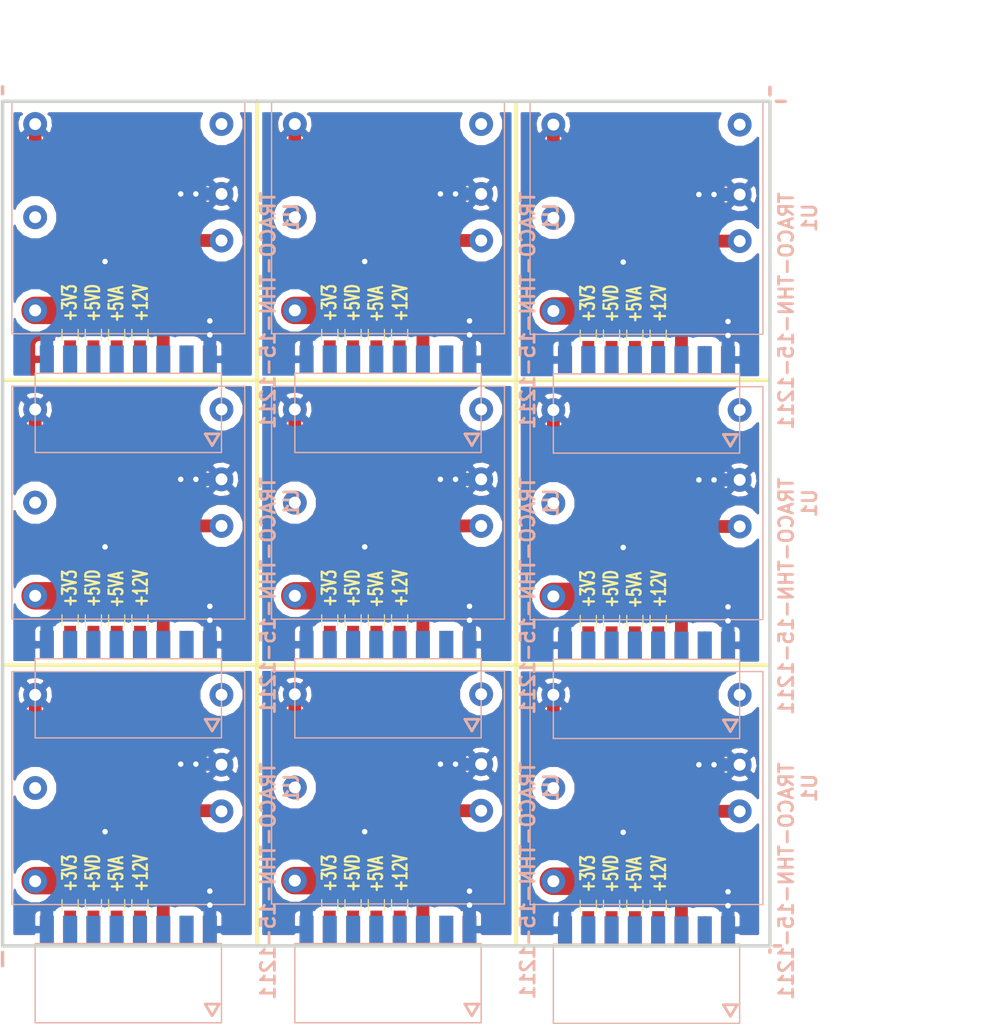
<source format=kicad_pcb>
(kicad_pcb (version 4) (host pcbnew 4.0.5+dfsg1-4)
  (title_block (title "Power Module") (date 2017-10-01) (rev "V 0.20") (company F4DEB))
  (layers (0 Composant signal) (31 Cuivre signal) (34 B.Paste user) (35 F.Paste user) (36 B.SilkS user hide) (37 F.SilkS user) (38 B.Mask user) (39 F.Mask user) (44 Edge.Cuts user))
  (net 0 "")
  (net 1 GND)
  (net 2 +3V3)
  (net 3 +5VA)
  (net 4 +BATT)
  (net 5 +12V)
  (net 6 +5V)
  (net 7 "Net-(U1-Pad4)")
  (net 8 "Net-(P1-Pad3)")
  (net 9 "Net-(P1-Pad4)")
  (net 10 "Net-(R3-Pad2)")
  (net 11 "Net-(U1-Pad6)")
  (module Resistors_SMD:R_0805 (layer Composant) (at 150.8125 113.4745 90)
    (fp_text reference R3 hide)
    (fp_text value 0)
    (pad 1 smd rect (at -0.95 0 90) (size 0.7 1.3) (layers Composant F.Paste F.Mask) (net 5 +12V))
    (pad 2 smd rect (at 0.95 0 90) (size 0.7 1.3) (layers Composant F.Paste F.Mask) (net 10 "Net-(R3-Pad2)"))
  )
  (module Resistors_SMD:R_0805 (layer Composant) (at 148.2725 113.4745 90)
    (fp_text reference R4 hide)
    (fp_text value 0)
    (pad 1 smd rect (at -0.95 0 90) (size 0.7 1.3) (layers Composant F.Paste F.Mask) (net 3 +5VA))
    (pad 2 smd rect (at 0.95 0 90) (size 0.7 1.3) (layers Composant F.Paste F.Mask) (net 10 "Net-(R3-Pad2)"))
  )
  (module Resistors_SMD:R_0805 (layer Composant) (at 145.7325 113.4745 90)
    (fp_text reference R5 hide)
    (fp_text value 0)
    (pad 1 smd rect (at -0.95 0 90) (size 0.7 1.3) (layers Composant F.Paste F.Mask) (net 6 +5V))
    (pad 2 smd rect (at 0.95 0 90) (size 0.7 1.3) (layers Composant F.Paste F.Mask) (net 10 "Net-(R3-Pad2)"))
  )
  (module Resistors_SMD:R_0805 (layer Composant) (at 143.1925 113.4745 90)
    (fp_text reference R6 hide)
    (fp_text value 0)
    (pad 1 smd rect (at -0.95 0 90) (size 0.7 1.3) (layers Composant F.Paste F.Mask) (net 2 +3V3))
    (pad 2 smd rect (at 0.95 0 90) (size 0.7 1.3) (layers Composant F.Paste F.Mask) (net 10 "Net-(R3-Pad2)"))
  )
  (module Resistors_SMD:R_0805 (layer Composant) (at 94.2975 113.411 90)
    (fp_text reference R3 hide)
    (fp_text value 0)
    (pad 1 smd rect (at -0.95 0 90) (size 0.7 1.3) (layers Composant F.Paste F.Mask) (net 5 +12V))
    (pad 2 smd rect (at 0.95 0 90) (size 0.7 1.3) (layers Composant F.Paste F.Mask) (net 10 "Net-(R3-Pad2)"))
  )
  (module Resistors_SMD:R_0805 (layer Composant) (at 91.7575 113.411 90)
    (fp_text reference R4 hide)
    (fp_text value 0)
    (pad 1 smd rect (at -0.95 0 90) (size 0.7 1.3) (layers Composant F.Paste F.Mask) (net 3 +5VA))
    (pad 2 smd rect (at 0.95 0 90) (size 0.7 1.3) (layers Composant F.Paste F.Mask) (net 10 "Net-(R3-Pad2)"))
  )
  (module Resistors_SMD:R_0805 (layer Composant) (at 89.2175 113.411 90)
    (fp_text reference R5 hide)
    (fp_text value 0)
    (pad 1 smd rect (at -0.95 0 90) (size 0.7 1.3) (layers Composant F.Paste F.Mask) (net 6 +5V))
    (pad 2 smd rect (at 0.95 0 90) (size 0.7 1.3) (layers Composant F.Paste F.Mask) (net 10 "Net-(R3-Pad2)"))
  )
  (module Resistors_SMD:R_0805 (layer Composant) (at 86.6775 113.411 90)
    (fp_text reference R6 hide)
    (fp_text value 0)
    (pad 1 smd rect (at -0.95 0 90) (size 0.7 1.3) (layers Composant F.Paste F.Mask) (net 2 +3V3))
    (pad 2 smd rect (at 0.95 0 90) (size 0.7 1.3) (layers Composant F.Paste F.Mask) (net 10 "Net-(R3-Pad2)"))
  )
  (module Resistors_SMD:R_0805 (layer Composant) (at 114.9985 113.411 90)
    (fp_text reference R6 hide)
    (fp_text value 0)
    (pad 1 smd rect (at -0.95 0 90) (size 0.7 1.3) (layers Composant F.Paste F.Mask) (net 2 +3V3))
    (pad 2 smd rect (at 0.95 0 90) (size 0.7 1.3) (layers Composant F.Paste F.Mask) (net 10 "Net-(R3-Pad2)"))
  )
  (module Resistors_SMD:R_0805 (layer Composant) (at 117.5385 113.411 90)
    (fp_text reference R5 hide)
    (fp_text value 0)
    (pad 1 smd rect (at -0.95 0 90) (size 0.7 1.3) (layers Composant F.Paste F.Mask) (net 6 +5V))
    (pad 2 smd rect (at 0.95 0 90) (size 0.7 1.3) (layers Composant F.Paste F.Mask) (net 10 "Net-(R3-Pad2)"))
  )
  (module Resistors_SMD:R_0805 (layer Composant) (at 120.0785 113.411 90)
    (fp_text reference R4 hide)
    (fp_text value 0)
    (pad 1 smd rect (at -0.95 0 90) (size 0.7 1.3) (layers Composant F.Paste F.Mask) (net 3 +5VA))
    (pad 2 smd rect (at 0.95 0 90) (size 0.7 1.3) (layers Composant F.Paste F.Mask) (net 10 "Net-(R3-Pad2)"))
  )
  (module Resistors_SMD:R_0805 (layer Composant) (at 122.6185 113.411 90)
    (fp_text reference R3 hide)
    (fp_text value 0)
    (pad 1 smd rect (at -0.95 0 90) (size 0.7 1.3) (layers Composant F.Paste F.Mask) (net 5 +12V))
    (pad 2 smd rect (at 0.95 0 90) (size 0.7 1.3) (layers Composant F.Paste F.Mask) (net 10 "Net-(R3-Pad2)"))
  )
  (module Resistors_SMD:R_0805 (layer Composant) (at 122.6185 82.3595 90)
    (fp_text reference R3 hide)
    (fp_text value 0)
    (pad 1 smd rect (at -0.95 0 90) (size 0.7 1.3) (layers Composant F.Paste F.Mask) (net 5 +12V))
    (pad 2 smd rect (at 0.95 0 90) (size 0.7 1.3) (layers Composant F.Paste F.Mask) (net 10 "Net-(R3-Pad2)"))
  )
  (module Resistors_SMD:R_0805 (layer Composant) (at 120.0785 82.3595 90)
    (fp_text reference R4 hide)
    (fp_text value 0)
    (pad 1 smd rect (at -0.95 0 90) (size 0.7 1.3) (layers Composant F.Paste F.Mask) (net 3 +5VA))
    (pad 2 smd rect (at 0.95 0 90) (size 0.7 1.3) (layers Composant F.Paste F.Mask) (net 10 "Net-(R3-Pad2)"))
  )
  (module Resistors_SMD:R_0805 (layer Composant) (at 117.5385 82.3595 90)
    (fp_text reference R5 hide)
    (fp_text value 0)
    (pad 1 smd rect (at -0.95 0 90) (size 0.7 1.3) (layers Composant F.Paste F.Mask) (net 6 +5V))
    (pad 2 smd rect (at 0.95 0 90) (size 0.7 1.3) (layers Composant F.Paste F.Mask) (net 10 "Net-(R3-Pad2)"))
  )
  (module Resistors_SMD:R_0805 (layer Composant) (at 114.9985 82.3595 90)
    (fp_text reference R6 hide)
    (fp_text value 0)
    (pad 1 smd rect (at -0.95 0 90) (size 0.7 1.3) (layers Composant F.Paste F.Mask) (net 2 +3V3))
    (pad 2 smd rect (at 0.95 0 90) (size 0.7 1.3) (layers Composant F.Paste F.Mask) (net 10 "Net-(R3-Pad2)"))
  )
  (module Resistors_SMD:R_0805 (layer Composant) (at 86.6775 82.3595 90)
    (fp_text reference R6 hide)
    (fp_text value 0)
    (pad 1 smd rect (at -0.95 0 90) (size 0.7 1.3) (layers Composant F.Paste F.Mask) (net 2 +3V3))
    (pad 2 smd rect (at 0.95 0 90) (size 0.7 1.3) (layers Composant F.Paste F.Mask) (net 10 "Net-(R3-Pad2)"))
  )
  (module Resistors_SMD:R_0805 (layer Composant) (at 89.2175 82.3595 90)
    (fp_text reference R5 hide)
    (fp_text value 0)
    (pad 1 smd rect (at -0.95 0 90) (size 0.7 1.3) (layers Composant F.Paste F.Mask) (net 6 +5V))
    (pad 2 smd rect (at 0.95 0 90) (size 0.7 1.3) (layers Composant F.Paste F.Mask) (net 10 "Net-(R3-Pad2)"))
  )
  (module Resistors_SMD:R_0805 (layer Composant) (at 91.7575 82.3595 90)
    (fp_text reference R4 hide)
    (fp_text value 0)
    (pad 1 smd rect (at -0.95 0 90) (size 0.7 1.3) (layers Composant F.Paste F.Mask) (net 3 +5VA))
    (pad 2 smd rect (at 0.95 0 90) (size 0.7 1.3) (layers Composant F.Paste F.Mask) (net 10 "Net-(R3-Pad2)"))
  )
  (module Resistors_SMD:R_0805 (layer Composant) (at 94.2975 82.3595 90)
    (fp_text reference R3 hide)
    (fp_text value 0)
    (pad 1 smd rect (at -0.95 0 90) (size 0.7 1.3) (layers Composant F.Paste F.Mask) (net 5 +12V))
    (pad 2 smd rect (at 0.95 0 90) (size 0.7 1.3) (layers Composant F.Paste F.Mask) (net 10 "Net-(R3-Pad2)"))
  )
  (module Resistors_SMD:R_0805 (layer Composant) (at 143.1925 82.423 90)
    (fp_text reference R6 hide)
    (fp_text value 0)
    (pad 1 smd rect (at -0.95 0 90) (size 0.7 1.3) (layers Composant F.Paste F.Mask) (net 2 +3V3))
    (pad 2 smd rect (at 0.95 0 90) (size 0.7 1.3) (layers Composant F.Paste F.Mask) (net 10 "Net-(R3-Pad2)"))
  )
  (module Resistors_SMD:R_0805 (layer Composant) (at 145.7325 82.423 90)
    (fp_text reference R5 hide)
    (fp_text value 0)
    (pad 1 smd rect (at -0.95 0 90) (size 0.7 1.3) (layers Composant F.Paste F.Mask) (net 6 +5V))
    (pad 2 smd rect (at 0.95 0 90) (size 0.7 1.3) (layers Composant F.Paste F.Mask) (net 10 "Net-(R3-Pad2)"))
  )
  (module Resistors_SMD:R_0805 (layer Composant) (at 148.2725 82.423 90)
    (fp_text reference R4 hide)
    (fp_text value 0)
    (pad 1 smd rect (at -0.95 0 90) (size 0.7 1.3) (layers Composant F.Paste F.Mask) (net 3 +5VA))
    (pad 2 smd rect (at 0.95 0 90) (size 0.7 1.3) (layers Composant F.Paste F.Mask) (net 10 "Net-(R3-Pad2)"))
  )
  (module Resistors_SMD:R_0805 (layer Composant) (at 150.8125 82.423 90)
    (fp_text reference R3 hide)
    (fp_text value 0)
    (pad 1 smd rect (at -0.95 0 90) (size 0.7 1.3) (layers Composant F.Paste F.Mask) (net 5 +12V))
    (pad 2 smd rect (at 0.95 0 90) (size 0.7 1.3) (layers Composant F.Paste F.Mask) (net 10 "Net-(R3-Pad2)"))
  )
  (module Resistors_SMD:R_0805 (layer Composant) (at 150.8125 51.308 90)
    (fp_text reference R3 hide)
    (fp_text value 0)
    (pad 1 smd rect (at -0.95 0 90) (size 0.7 1.3) (layers Composant F.Paste F.Mask) (net 5 +12V))
    (pad 2 smd rect (at 0.95 0 90) (size 0.7 1.3) (layers Composant F.Paste F.Mask) (net 10 "Net-(R3-Pad2)"))
  )
  (module Resistors_SMD:R_0805 (layer Composant) (at 148.2725 51.308 90)
    (fp_text reference R4 hide)
    (fp_text value 0)
    (pad 1 smd rect (at -0.95 0 90) (size 0.7 1.3) (layers Composant F.Paste F.Mask) (net 3 +5VA))
    (pad 2 smd rect (at 0.95 0 90) (size 0.7 1.3) (layers Composant F.Paste F.Mask) (net 10 "Net-(R3-Pad2)"))
  )
  (module Resistors_SMD:R_0805 (layer Composant) (at 145.7325 51.308 90)
    (fp_text reference R5 hide)
    (fp_text value 0)
    (pad 1 smd rect (at -0.95 0 90) (size 0.7 1.3) (layers Composant F.Paste F.Mask) (net 6 +5V))
    (pad 2 smd rect (at 0.95 0 90) (size 0.7 1.3) (layers Composant F.Paste F.Mask) (net 10 "Net-(R3-Pad2)"))
  )
  (module Resistors_SMD:R_0805 (layer Composant) (at 143.1925 51.308 90)
    (fp_text reference R6 hide)
    (fp_text value 0)
    (pad 1 smd rect (at -0.95 0 90) (size 0.7 1.3) (layers Composant F.Paste F.Mask) (net 2 +3V3))
    (pad 2 smd rect (at 0.95 0 90) (size 0.7 1.3) (layers Composant F.Paste F.Mask) (net 10 "Net-(R3-Pad2)"))
  )
  (module Resistors_SMD:R_0805 (layer Composant) (at 94.2975 51.2445 90)
    (fp_text reference R3 hide)
    (fp_text value 0)
    (pad 1 smd rect (at -0.95 0 90) (size 0.7 1.3) (layers Composant F.Paste F.Mask) (net 5 +12V))
    (pad 2 smd rect (at 0.95 0 90) (size 0.7 1.3) (layers Composant F.Paste F.Mask) (net 10 "Net-(R3-Pad2)"))
  )
  (module Resistors_SMD:R_0805 (layer Composant) (at 91.7575 51.2445 90)
    (fp_text reference R4 hide)
    (fp_text value 0)
    (pad 1 smd rect (at -0.95 0 90) (size 0.7 1.3) (layers Composant F.Paste F.Mask) (net 3 +5VA))
    (pad 2 smd rect (at 0.95 0 90) (size 0.7 1.3) (layers Composant F.Paste F.Mask) (net 10 "Net-(R3-Pad2)"))
  )
  (module Resistors_SMD:R_0805 (layer Composant) (at 89.2175 51.2445 90)
    (fp_text reference R5 hide)
    (fp_text value 0)
    (pad 1 smd rect (at -0.95 0 90) (size 0.7 1.3) (layers Composant F.Paste F.Mask) (net 6 +5V))
    (pad 2 smd rect (at 0.95 0 90) (size 0.7 1.3) (layers Composant F.Paste F.Mask) (net 10 "Net-(R3-Pad2)"))
  )
  (module Resistors_SMD:R_0805 (layer Composant) (at 86.6775 51.2445 90)
    (fp_text reference R6 hide)
    (fp_text value 0)
    (pad 1 smd rect (at -0.95 0 90) (size 0.7 1.3) (layers Composant F.Paste F.Mask) (net 2 +3V3))
    (pad 2 smd rect (at 0.95 0 90) (size 0.7 1.3) (layers Composant F.Paste F.Mask) (net 10 "Net-(R3-Pad2)"))
  )
  (module Resistors_SMD:R_0805 (layer Composant) (at 114.9985 51.2445 90)
    (fp_text reference R6 hide)
    (fp_text value 0)
    (pad 1 smd rect (at -0.95 0 90) (size 0.7 1.3) (layers Composant F.Paste F.Mask) (net 2 +3V3))
    (pad 2 smd rect (at 0.95 0 90) (size 0.7 1.3) (layers Composant F.Paste F.Mask) (net 10 "Net-(R3-Pad2)"))
  )
  (module Resistors_SMD:R_0805 (layer Composant) (at 117.5385 51.2445 90)
    (fp_text reference R5 hide)
    (fp_text value 0)
    (pad 1 smd rect (at -0.95 0 90) (size 0.7 1.3) (layers Composant F.Paste F.Mask) (net 6 +5V))
    (pad 2 smd rect (at 0.95 0 90) (size 0.7 1.3) (layers Composant F.Paste F.Mask) (net 10 "Net-(R3-Pad2)"))
  )
  (module Resistors_SMD:R_0805 (layer Composant) (at 120.0785 51.2445 90)
    (fp_text reference R4 hide)
    (fp_text value 0)
    (pad 1 smd rect (at -0.95 0 90) (size 0.7 1.3) (layers Composant F.Paste F.Mask) (net 3 +5VA))
    (pad 2 smd rect (at 0.95 0 90) (size 0.7 1.3) (layers Composant F.Paste F.Mask) (net 10 "Net-(R3-Pad2)"))
  )
  (module Resistors_SMD:R_0805 (layer Composant) (at 122.6185 51.2445 90)
    (fp_text reference R3 hide)
    (fp_text value 0)
    (pad 1 smd rect (at -0.95 0 90) (size 0.7 1.3) (layers Composant F.Paste F.Mask) (net 5 +12V))
    (pad 2 smd rect (at 0.95 0 90) (size 0.7 1.3) (layers Composant F.Paste F.Mask) (net 10 "Net-(R3-Pad2)"))
  )
  (module f4deb-mod-library:TRACO-THN-15-1211 (layer Cuivre) (at 103.1875 28.2575 90)
    (fp_text reference U1 (at -10.16 7.62 90) (layer B.SilkS) (effects (font (thickness 0.3048)) (justify mirror)))
    (fp_text value TRACO-THN-15-1211 (at -20.32 5.08 90) (layer B.SilkS) (effects (font (thickness 0.3048)) (justify mirror)))
    (pad 6 thru_hole circle (at 0 0 90) (size 2.6 2.6) (drill 1.3) (layers *.Cu *.Mask) (net 11 "Net-(U1-Pad6)"))
    (pad 2 thru_hole circle (at -7.62 0 90) (size 2.6 2.6) (drill 1.3) (layers *.Cu *.Mask) (net 1 GND))
    (pad 1 thru_hole circle (at -12.7 0 90) (size 2.6 2.6) (drill 1.3) (layers *.Cu *.Mask) (net 4 +BATT))
    (pad 4 thru_hole circle (at -10.16 -20.32 90) (size 2.6 2.6) (drill 1.3) (layers *.Cu *.Mask) (net 7 "Net-(U1-Pad4)"))
    (pad 5 thru_hole circle (at 0 -20.32 90) (size 2.6 2.6) (drill 1.3) (layers *.Cu *.Mask) (net 1 GND))
    (pad 3 thru_hole circle (at -20.32 -20.32 90) (size 2.6 2.6) (drill 1.3) (layers *.Cu *.Mask) (net 10 "Net-(R3-Pad2)"))
  )
  (module f4deb-mod-library:TRACO-THN-15-1211 (layer Cuivre) (at 131.5085 28.2575 90)
    (fp_text reference U1 (at -10.16 7.62 90) (layer B.SilkS) (effects (font (thickness 0.3048)) (justify mirror)))
    (fp_text value TRACO-THN-15-1211 (at -20.32 5.08 90) (layer B.SilkS) (effects (font (thickness 0.3048)) (justify mirror)))
    (pad 6 thru_hole circle (at 0 0 90) (size 2.6 2.6) (drill 1.3) (layers *.Cu *.Mask) (net 11 "Net-(U1-Pad6)"))
    (pad 2 thru_hole circle (at -7.62 0 90) (size 2.6 2.6) (drill 1.3) (layers *.Cu *.Mask) (net 1 GND))
    (pad 1 thru_hole circle (at -12.7 0 90) (size 2.6 2.6) (drill 1.3) (layers *.Cu *.Mask) (net 4 +BATT))
    (pad 4 thru_hole circle (at -10.16 -20.32 90) (size 2.6 2.6) (drill 1.3) (layers *.Cu *.Mask) (net 7 "Net-(U1-Pad4)"))
    (pad 5 thru_hole circle (at 0 -20.32 90) (size 2.6 2.6) (drill 1.3) (layers *.Cu *.Mask) (net 1 GND))
    (pad 3 thru_hole circle (at -20.32 -20.32 90) (size 2.6 2.6) (drill 1.3) (layers *.Cu *.Mask) (net 10 "Net-(R3-Pad2)"))
  )
  (module f4deb-mod-library:TRACO-THN-15-1211 (layer Cuivre) (at 159.7025 28.321 90)
    (fp_text reference U1 (at -10.16 7.62 90) (layer B.SilkS) (effects (font (thickness 0.3048)) (justify mirror)))
    (fp_text value TRACO-THN-15-1211 (at -20.32 5.08 90) (layer B.SilkS) (effects (font (thickness 0.3048)) (justify mirror)))
    (pad 6 thru_hole circle (at 0 0 90) (size 2.6 2.6) (drill 1.3) (layers *.Cu *.Mask) (net 11 "Net-(U1-Pad6)"))
    (pad 2 thru_hole circle (at -7.62 0 90) (size 2.6 2.6) (drill 1.3) (layers *.Cu *.Mask) (net 1 GND))
    (pad 1 thru_hole circle (at -12.7 0 90) (size 2.6 2.6) (drill 1.3) (layers *.Cu *.Mask) (net 4 +BATT))
    (pad 4 thru_hole circle (at -10.16 -20.32 90) (size 2.6 2.6) (drill 1.3) (layers *.Cu *.Mask) (net 7 "Net-(U1-Pad4)"))
    (pad 5 thru_hole circle (at 0 -20.32 90) (size 2.6 2.6) (drill 1.3) (layers *.Cu *.Mask) (net 1 GND))
    (pad 3 thru_hole circle (at -20.32 -20.32 90) (size 2.6 2.6) (drill 1.3) (layers *.Cu *.Mask) (net 10 "Net-(R3-Pad2)"))
  )
  (module f4deb-mod-library:TRACO-THN-15-1211 (layer Cuivre) (at 103.1875 59.3725 90)
    (fp_text reference U1 (at -10.16 7.62 90) (layer B.SilkS) (effects (font (thickness 0.3048)) (justify mirror)))
    (fp_text value TRACO-THN-15-1211 (at -20.32 5.08 90) (layer B.SilkS) (effects (font (thickness 0.3048)) (justify mirror)))
    (pad 6 thru_hole circle (at 0 0 90) (size 2.6 2.6) (drill 1.3) (layers *.Cu *.Mask) (net 11 "Net-(U1-Pad6)"))
    (pad 2 thru_hole circle (at -7.62 0 90) (size 2.6 2.6) (drill 1.3) (layers *.Cu *.Mask) (net 1 GND))
    (pad 1 thru_hole circle (at -12.7 0 90) (size 2.6 2.6) (drill 1.3) (layers *.Cu *.Mask) (net 4 +BATT))
    (pad 4 thru_hole circle (at -10.16 -20.32 90) (size 2.6 2.6) (drill 1.3) (layers *.Cu *.Mask) (net 7 "Net-(U1-Pad4)"))
    (pad 5 thru_hole circle (at 0 -20.32 90) (size 2.6 2.6) (drill 1.3) (layers *.Cu *.Mask) (net 1 GND))
    (pad 3 thru_hole circle (at -20.32 -20.32 90) (size 2.6 2.6) (drill 1.3) (layers *.Cu *.Mask) (net 10 "Net-(R3-Pad2)"))
  )
  (module f4deb-mod-library:TRACO-THN-15-1211 (layer Cuivre) (at 131.5085 59.3725 90)
    (fp_text reference U1 (at -10.16 7.62 90) (layer B.SilkS) (effects (font (thickness 0.3048)) (justify mirror)))
    (fp_text value TRACO-THN-15-1211 (at -20.32 5.08 90) (layer B.SilkS) (effects (font (thickness 0.3048)) (justify mirror)))
    (pad 6 thru_hole circle (at 0 0 90) (size 2.6 2.6) (drill 1.3) (layers *.Cu *.Mask) (net 11 "Net-(U1-Pad6)"))
    (pad 2 thru_hole circle (at -7.62 0 90) (size 2.6 2.6) (drill 1.3) (layers *.Cu *.Mask) (net 1 GND))
    (pad 1 thru_hole circle (at -12.7 0 90) (size 2.6 2.6) (drill 1.3) (layers *.Cu *.Mask) (net 4 +BATT))
    (pad 4 thru_hole circle (at -10.16 -20.32 90) (size 2.6 2.6) (drill 1.3) (layers *.Cu *.Mask) (net 7 "Net-(U1-Pad4)"))
    (pad 5 thru_hole circle (at 0 -20.32 90) (size 2.6 2.6) (drill 1.3) (layers *.Cu *.Mask) (net 1 GND))
    (pad 3 thru_hole circle (at -20.32 -20.32 90) (size 2.6 2.6) (drill 1.3) (layers *.Cu *.Mask) (net 10 "Net-(R3-Pad2)"))
  )
  (module f4deb-mod-library:TRACO-THN-15-1211 (layer Cuivre) (at 159.7025 59.436 90)
    (fp_text reference U1 (at -10.16 7.62 90) (layer B.SilkS) (effects (font (thickness 0.3048)) (justify mirror)))
    (fp_text value TRACO-THN-15-1211 (at -20.32 5.08 90) (layer B.SilkS) (effects (font (thickness 0.3048)) (justify mirror)))
    (pad 6 thru_hole circle (at 0 0 90) (size 2.6 2.6) (drill 1.3) (layers *.Cu *.Mask) (net 11 "Net-(U1-Pad6)"))
    (pad 2 thru_hole circle (at -7.62 0 90) (size 2.6 2.6) (drill 1.3) (layers *.Cu *.Mask) (net 1 GND))
    (pad 1 thru_hole circle (at -12.7 0 90) (size 2.6 2.6) (drill 1.3) (layers *.Cu *.Mask) (net 4 +BATT))
    (pad 4 thru_hole circle (at -10.16 -20.32 90) (size 2.6 2.6) (drill 1.3) (layers *.Cu *.Mask) (net 7 "Net-(U1-Pad4)"))
    (pad 5 thru_hole circle (at 0 -20.32 90) (size 2.6 2.6) (drill 1.3) (layers *.Cu *.Mask) (net 1 GND))
    (pad 3 thru_hole circle (at -20.32 -20.32 90) (size 2.6 2.6) (drill 1.3) (layers *.Cu *.Mask) (net 10 "Net-(R3-Pad2)"))
  )
  (module f4deb-mod-library:TRACO-THN-15-1211 (layer Cuivre) (at 103.1875 90.4875 90)
    (fp_text reference U1 (at -10.16 7.62 90) (layer B.SilkS) (effects (font (thickness 0.3048)) (justify mirror)))
    (fp_text value TRACO-THN-15-1211 (at -20.32 5.08 90) (layer B.SilkS) (effects (font (thickness 0.3048)) (justify mirror)))
    (pad 6 thru_hole circle (at 0 0 90) (size 2.6 2.6) (drill 1.3) (layers *.Cu *.Mask) (net 11 "Net-(U1-Pad6)"))
    (pad 2 thru_hole circle (at -7.62 0 90) (size 2.6 2.6) (drill 1.3) (layers *.Cu *.Mask) (net 1 GND))
    (pad 1 thru_hole circle (at -12.7 0 90) (size 2.6 2.6) (drill 1.3) (layers *.Cu *.Mask) (net 4 +BATT))
    (pad 4 thru_hole circle (at -10.16 -20.32 90) (size 2.6 2.6) (drill 1.3) (layers *.Cu *.Mask) (net 7 "Net-(U1-Pad4)"))
    (pad 5 thru_hole circle (at 0 -20.32 90) (size 2.6 2.6) (drill 1.3) (layers *.Cu *.Mask) (net 1 GND))
    (pad 3 thru_hole circle (at -20.32 -20.32 90) (size 2.6 2.6) (drill 1.3) (layers *.Cu *.Mask) (net 10 "Net-(R3-Pad2)"))
  )
  (module f4deb-mod-library:TRACO-THN-15-1211 (layer Cuivre) (at 131.5085 90.424 90)
    (fp_text reference U1 (at -10.16 7.62 90) (layer B.SilkS) (effects (font (thickness 0.3048)) (justify mirror)))
    (fp_text value TRACO-THN-15-1211 (at -20.32 5.08 90) (layer B.SilkS) (effects (font (thickness 0.3048)) (justify mirror)))
    (pad 6 thru_hole circle (at 0 0 90) (size 2.6 2.6) (drill 1.3) (layers *.Cu *.Mask) (net 11 "Net-(U1-Pad6)"))
    (pad 2 thru_hole circle (at -7.62 0 90) (size 2.6 2.6) (drill 1.3) (layers *.Cu *.Mask) (net 1 GND))
    (pad 1 thru_hole circle (at -12.7 0 90) (size 2.6 2.6) (drill 1.3) (layers *.Cu *.Mask) (net 4 +BATT))
    (pad 4 thru_hole circle (at -10.16 -20.32 90) (size 2.6 2.6) (drill 1.3) (layers *.Cu *.Mask) (net 7 "Net-(U1-Pad4)"))
    (pad 5 thru_hole circle (at 0 -20.32 90) (size 2.6 2.6) (drill 1.3) (layers *.Cu *.Mask) (net 1 GND))
    (pad 3 thru_hole circle (at -20.32 -20.32 90) (size 2.6 2.6) (drill 1.3) (layers *.Cu *.Mask) (net 10 "Net-(R3-Pad2)"))
  )
  (module f4deb-mod-library:TRACO-THN-15-1211 (layer Cuivre) (at 159.7025 90.4875 90)
    (fp_text reference U1 (at -10.16 7.62 90) (layer B.SilkS) (effects (font (thickness 0.3048)) (justify mirror)))
    (fp_text value TRACO-THN-15-1211 (at -20.32 5.08 90) (layer B.SilkS) (effects (font (thickness 0.3048)) (justify mirror)))
    (pad 6 thru_hole circle (at 0 0 90) (size 2.6 2.6) (drill 1.3) (layers *.Cu *.Mask) (net 11 "Net-(U1-Pad6)"))
    (pad 2 thru_hole circle (at -7.62 0 90) (size 2.6 2.6) (drill 1.3) (layers *.Cu *.Mask) (net 1 GND))
    (pad 1 thru_hole circle (at -12.7 0 90) (size 2.6 2.6) (drill 1.3) (layers *.Cu *.Mask) (net 4 +BATT))
    (pad 4 thru_hole circle (at -10.16 -20.32 90) (size 2.6 2.6) (drill 1.3) (layers *.Cu *.Mask) (net 7 "Net-(U1-Pad4)"))
    (pad 5 thru_hole circle (at 0 -20.32 90) (size 2.6 2.6) (drill 1.3) (layers *.Cu *.Mask) (net 1 GND))
    (pad 3 thru_hole circle (at -20.32 -20.32 90) (size 2.6 2.6) (drill 1.3) (layers *.Cu *.Mask) (net 10 "Net-(R3-Pad2)"))
  )
  (module f4deb-mod-library:HE10-16-F-2 (layer Cuivre) (at 84.1375 116.078)
    (fp_text reference P1 hide)
    (fp_text value CONN_8X2 hide)
    (pad 1 smd rect (at 17.78 0) (size 1.524 3) (layers Cuivre B.Mask) (net 1 GND))
    (pad 3 smd rect (at 15.24 0) (size 1.524 3) (layers Cuivre B.Mask) (net 8 "Net-(P1-Pad3)"))
    (pad 5 smd rect (at 12.7 0) (size 1.524 3) (layers Cuivre B.Mask) (net 4 +BATT))
    (pad 9 smd rect (at 7.62 0) (size 1.524 3) (layers Cuivre B.Mask) (net 3 +5VA))
    (pad 11 smd rect (at 5.08 0) (size 1.524 3) (layers Cuivre B.Mask) (net 6 +5V))
    (pad 7 smd rect (at 10.16 0) (size 1.524 3) (layers Cuivre B.Mask) (net 5 +12V))
    (pad 13 smd rect (at 2.54 0) (size 1.524 3) (layers Cuivre B.Mask) (net 2 +3V3))
    (pad 15 smd rect (at 0 0) (size 1.524 3) (layers Cuivre B.Mask) (net 1 GND))
    (pad 16 smd rect (at 0 0) (size 1.524 3) (layers Composant F.Mask) (net 1 GND))
    (pad 14 smd rect (at 2.54 0) (size 1.524 3) (layers Composant F.Mask) (net 2 +3V3))
    (pad 12 smd rect (at 5.08 0) (size 1.524 3) (layers Composant F.Mask) (net 6 +5V))
    (pad 10 smd rect (at 7.62 0) (size 1.524 3) (layers Composant F.Mask) (net 3 +5VA))
    (pad 8 smd rect (at 10.16 0) (size 1.524 3) (layers Composant F.Mask) (net 5 +12V))
    (pad 6 smd rect (at 12.7 0) (size 1.524 3) (layers Composant F.Mask) (net 4 +BATT))
    (pad 4 smd rect (at 15.24 0) (size 1.524 3) (layers Composant F.Mask) (net 9 "Net-(P1-Pad4)"))
    (pad 2 smd rect (at 17.78 0) (size 1.524 3) (layers Composant F.Mask) (net 1 GND))
  )
  (module f4deb-mod-library:HE10-16-F-2 (layer Cuivre) (at 112.4585 116.078)
    (fp_text reference P1 hide)
    (fp_text value CONN_8X2 hide)
    (pad 1 smd rect (at 17.78 0) (size 1.524 3) (layers Cuivre B.Mask) (net 1 GND))
    (pad 3 smd rect (at 15.24 0) (size 1.524 3) (layers Cuivre B.Mask) (net 8 "Net-(P1-Pad3)"))
    (pad 5 smd rect (at 12.7 0) (size 1.524 3) (layers Cuivre B.Mask) (net 4 +BATT))
    (pad 9 smd rect (at 7.62 0) (size 1.524 3) (layers Cuivre B.Mask) (net 3 +5VA))
    (pad 11 smd rect (at 5.08 0) (size 1.524 3) (layers Cuivre B.Mask) (net 6 +5V))
    (pad 7 smd rect (at 10.16 0) (size 1.524 3) (layers Cuivre B.Mask) (net 5 +12V))
    (pad 13 smd rect (at 2.54 0) (size 1.524 3) (layers Cuivre B.Mask) (net 2 +3V3))
    (pad 15 smd rect (at 0 0) (size 1.524 3) (layers Cuivre B.Mask) (net 1 GND))
    (pad 16 smd rect (at 0 0) (size 1.524 3) (layers Composant F.Mask) (net 1 GND))
    (pad 14 smd rect (at 2.54 0) (size 1.524 3) (layers Composant F.Mask) (net 2 +3V3))
    (pad 12 smd rect (at 5.08 0) (size 1.524 3) (layers Composant F.Mask) (net 6 +5V))
    (pad 10 smd rect (at 7.62 0) (size 1.524 3) (layers Composant F.Mask) (net 3 +5VA))
    (pad 8 smd rect (at 10.16 0) (size 1.524 3) (layers Composant F.Mask) (net 5 +12V))
    (pad 6 smd rect (at 12.7 0) (size 1.524 3) (layers Composant F.Mask) (net 4 +BATT))
    (pad 4 smd rect (at 15.24 0) (size 1.524 3) (layers Composant F.Mask) (net 9 "Net-(P1-Pad4)"))
    (pad 2 smd rect (at 17.78 0) (size 1.524 3) (layers Composant F.Mask) (net 1 GND))
  )
  (module f4deb-mod-library:HE10-16-F-2 (layer Cuivre) (at 140.6525 116.1415)
    (fp_text reference P1 hide)
    (fp_text value CONN_8X2 hide)
    (pad 1 smd rect (at 17.78 0) (size 1.524 3) (layers Cuivre B.Mask) (net 1 GND))
    (pad 3 smd rect (at 15.24 0) (size 1.524 3) (layers Cuivre B.Mask) (net 8 "Net-(P1-Pad3)"))
    (pad 5 smd rect (at 12.7 0) (size 1.524 3) (layers Cuivre B.Mask) (net 4 +BATT))
    (pad 9 smd rect (at 7.62 0) (size 1.524 3) (layers Cuivre B.Mask) (net 3 +5VA))
    (pad 11 smd rect (at 5.08 0) (size 1.524 3) (layers Cuivre B.Mask) (net 6 +5V))
    (pad 7 smd rect (at 10.16 0) (size 1.524 3) (layers Cuivre B.Mask) (net 5 +12V))
    (pad 13 smd rect (at 2.54 0) (size 1.524 3) (layers Cuivre B.Mask) (net 2 +3V3))
    (pad 15 smd rect (at 0 0) (size 1.524 3) (layers Cuivre B.Mask) (net 1 GND))
    (pad 16 smd rect (at 0 0) (size 1.524 3) (layers Composant F.Mask) (net 1 GND))
    (pad 14 smd rect (at 2.54 0) (size 1.524 3) (layers Composant F.Mask) (net 2 +3V3))
    (pad 12 smd rect (at 5.08 0) (size 1.524 3) (layers Composant F.Mask) (net 6 +5V))
    (pad 10 smd rect (at 7.62 0) (size 1.524 3) (layers Composant F.Mask) (net 3 +5VA))
    (pad 8 smd rect (at 10.16 0) (size 1.524 3) (layers Composant F.Mask) (net 5 +12V))
    (pad 6 smd rect (at 12.7 0) (size 1.524 3) (layers Composant F.Mask) (net 4 +BATT))
    (pad 4 smd rect (at 15.24 0) (size 1.524 3) (layers Composant F.Mask) (net 9 "Net-(P1-Pad4)"))
    (pad 2 smd rect (at 17.78 0) (size 1.524 3) (layers Composant F.Mask) (net 1 GND))
  )
  (module f4deb-mod-library:HE10-16-F-2 (layer Cuivre) (at 84.1375 53.9115)
    (fp_text reference P1 hide)
    (fp_text value CONN_8X2 hide)
    (pad 1 smd rect (at 17.78 0) (size 1.524 3) (layers Cuivre B.Mask) (net 1 GND))
    (pad 3 smd rect (at 15.24 0) (size 1.524 3) (layers Cuivre B.Mask) (net 8 "Net-(P1-Pad3)"))
    (pad 5 smd rect (at 12.7 0) (size 1.524 3) (layers Cuivre B.Mask) (net 4 +BATT))
    (pad 9 smd rect (at 7.62 0) (size 1.524 3) (layers Cuivre B.Mask) (net 3 +5VA))
    (pad 11 smd rect (at 5.08 0) (size 1.524 3) (layers Cuivre B.Mask) (net 6 +5V))
    (pad 7 smd rect (at 10.16 0) (size 1.524 3) (layers Cuivre B.Mask) (net 5 +12V))
    (pad 13 smd rect (at 2.54 0) (size 1.524 3) (layers Cuivre B.Mask) (net 2 +3V3))
    (pad 15 smd rect (at 0 0) (size 1.524 3) (layers Cuivre B.Mask))
    (pad 16 smd rect (at 0 0) (size 1.524 3) (layers Composant F.Mask) (net 1 GND))
    (pad 14 smd rect (at 2.54 0) (size 1.524 3) (layers Composant F.Mask) (net 2 +3V3))
    (pad 12 smd rect (at 5.08 0) (size 1.524 3) (layers Composant F.Mask) (net 6 +5V))
    (pad 10 smd rect (at 7.62 0) (size 1.524 3) (layers Composant F.Mask) (net 3 +5VA))
    (pad 8 smd rect (at 10.16 0) (size 1.524 3) (layers Composant F.Mask) (net 5 +12V))
    (pad 6 smd rect (at 12.7 0) (size 1.524 3) (layers Composant F.Mask) (net 4 +BATT))
    (pad 4 smd rect (at 15.24 0) (size 1.524 3) (layers Composant F.Mask) (net 9 "Net-(P1-Pad4)"))
    (pad 2 smd rect (at 17.78 0) (size 1.524 3) (layers Composant F.Mask) (net 1 GND))
  )
  (module f4deb-mod-library:HE10-16-F-2 (layer Cuivre) (at 112.4585 53.9115)
    (fp_text reference P1 hide)
    (fp_text value CONN_8X2 hide)
    (pad 1 smd rect (at 17.78 0) (size 1.524 3) (layers Cuivre B.Mask) (net 1 GND))
    (pad 3 smd rect (at 15.24 0) (size 1.524 3) (layers Cuivre B.Mask) (net 8 "Net-(P1-Pad3)"))
    (pad 5 smd rect (at 12.7 0) (size 1.524 3) (layers Cuivre B.Mask) (net 4 +BATT))
    (pad 9 smd rect (at 7.62 0) (size 1.524 3) (layers Cuivre B.Mask) (net 3 +5VA))
    (pad 11 smd rect (at 5.08 0) (size 1.524 3) (layers Cuivre B.Mask) (net 6 +5V))
    (pad 7 smd rect (at 10.16 0) (size 1.524 3) (layers Cuivre B.Mask) (net 5 +12V))
    (pad 13 smd rect (at 2.54 0) (size 1.524 3) (layers Cuivre B.Mask) (net 2 +3V3))
    (pad 15 smd rect (at 0 0) (size 1.524 3) (layers Cuivre B.Mask) (net 1 GND))
    (pad 16 smd rect (at 0 0) (size 1.524 3) (layers Composant F.Mask) (net 1 GND))
    (pad 14 smd rect (at 2.54 0) (size 1.524 3) (layers Composant F.Mask) (net 2 +3V3))
    (pad 12 smd rect (at 5.08 0) (size 1.524 3) (layers Composant F.Mask) (net 6 +5V))
    (pad 10 smd rect (at 7.62 0) (size 1.524 3) (layers Composant F.Mask) (net 3 +5VA))
    (pad 8 smd rect (at 10.16 0) (size 1.524 3) (layers Composant F.Mask) (net 5 +12V))
    (pad 6 smd rect (at 12.7 0) (size 1.524 3) (layers Composant F.Mask) (net 4 +BATT))
    (pad 4 smd rect (at 15.24 0) (size 1.524 3) (layers Composant F.Mask) (net 9 "Net-(P1-Pad4)"))
    (pad 2 smd rect (at 17.78 0) (size 1.524 3) (layers Composant F.Mask) (net 1 GND))
  )
  (module f4deb-mod-library:HE10-16-F-2 (layer Cuivre) (at 140.6525 53.975)
    (fp_text reference P1 hide)
    (fp_text value CONN_8X2 hide)
    (pad 1 smd rect (at 17.78 0) (size 1.524 3) (layers Cuivre B.Mask) (net 1 GND))
    (pad 3 smd rect (at 15.24 0) (size 1.524 3) (layers Cuivre B.Mask) (net 8 "Net-(P1-Pad3)"))
    (pad 5 smd rect (at 12.7 0) (size 1.524 3) (layers Cuivre B.Mask) (net 4 +BATT))
    (pad 9 smd rect (at 7.62 0) (size 1.524 3) (layers Cuivre B.Mask) (net 3 +5VA))
    (pad 11 smd rect (at 5.08 0) (size 1.524 3) (layers Cuivre B.Mask) (net 6 +5V))
    (pad 7 smd rect (at 10.16 0) (size 1.524 3) (layers Cuivre B.Mask) (net 5 +12V))
    (pad 13 smd rect (at 2.54 0) (size 1.524 3) (layers Cuivre B.Mask) (net 2 +3V3))
    (pad 15 smd rect (at 0 0) (size 1.524 3) (layers Cuivre B.Mask) (net 1 GND))
    (pad 16 smd rect (at 0 0) (size 1.524 3) (layers Composant F.Mask) (net 1 GND))
    (pad 14 smd rect (at 2.54 0) (size 1.524 3) (layers Composant F.Mask) (net 2 +3V3))
    (pad 12 smd rect (at 5.08 0) (size 1.524 3) (layers Composant F.Mask) (net 6 +5V))
    (pad 10 smd rect (at 7.62 0) (size 1.524 3) (layers Composant F.Mask) (net 3 +5VA))
    (pad 8 smd rect (at 10.16 0) (size 1.524 3) (layers Composant F.Mask) (net 5 +12V))
    (pad 6 smd rect (at 12.7 0) (size 1.524 3) (layers Composant F.Mask) (net 4 +BATT))
    (pad 4 smd rect (at 15.24 0) (size 1.524 3) (layers Composant F.Mask) (net 9 "Net-(P1-Pad4)"))
    (pad 2 smd rect (at 17.78 0) (size 1.524 3) (layers Composant F.Mask) (net 1 GND))
  )
  (module f4deb-mod-library:HE10-16-F-2 (layer Cuivre) (at 84.1375 85.0265)
    (fp_text reference P1 hide)
    (fp_text value CONN_8X2 hide)
    (pad 1 smd rect (at 17.78 0) (size 1.524 3) (layers Cuivre B.Mask) (net 1 GND))
    (pad 3 smd rect (at 15.24 0) (size 1.524 3) (layers Cuivre B.Mask) (net 8 "Net-(P1-Pad3)"))
    (pad 5 smd rect (at 12.7 0) (size 1.524 3) (layers Cuivre B.Mask) (net 4 +BATT))
    (pad 9 smd rect (at 7.62 0) (size 1.524 3) (layers Cuivre B.Mask) (net 3 +5VA))
    (pad 11 smd rect (at 5.08 0) (size 1.524 3) (layers Cuivre B.Mask) (net 6 +5V))
    (pad 7 smd rect (at 10.16 0) (size 1.524 3) (layers Cuivre B.Mask) (net 5 +12V))
    (pad 13 smd rect (at 2.54 0) (size 1.524 3) (layers Cuivre B.Mask) (net 2 +3V3))
    (pad 15 smd rect (at 0 0) (size 1.524 3) (layers Cuivre B.Mask) (net 1 GND))
    (pad 16 smd rect (at 0 0) (size 1.524 3) (layers Composant F.Mask) (net 1 GND))
    (pad 14 smd rect (at 2.54 0) (size 1.524 3) (layers Composant F.Mask) (net 2 +3V3))
    (pad 12 smd rect (at 5.08 0) (size 1.524 3) (layers Composant F.Mask) (net 6 +5V))
    (pad 10 smd rect (at 7.62 0) (size 1.524 3) (layers Composant F.Mask) (net 3 +5VA))
    (pad 8 smd rect (at 10.16 0) (size 1.524 3) (layers Composant F.Mask) (net 5 +12V))
    (pad 6 smd rect (at 12.7 0) (size 1.524 3) (layers Composant F.Mask) (net 4 +BATT))
    (pad 4 smd rect (at 15.24 0) (size 1.524 3) (layers Composant F.Mask) (net 9 "Net-(P1-Pad4)"))
    (pad 2 smd rect (at 17.78 0) (size 1.524 3) (layers Composant F.Mask) (net 1 GND))
  )
  (module f4deb-mod-library:HE10-16-F-2 (layer Cuivre) (at 112.4585 85.0265)
    (fp_text reference P1 hide)
    (fp_text value CONN_8X2 hide)
    (pad 1 smd rect (at 17.78 0) (size 1.524 3) (layers Cuivre B.Mask) (net 1 GND))
    (pad 3 smd rect (at 15.24 0) (size 1.524 3) (layers Cuivre B.Mask) (net 8 "Net-(P1-Pad3)"))
    (pad 5 smd rect (at 12.7 0) (size 1.524 3) (layers Cuivre B.Mask) (net 4 +BATT))
    (pad 9 smd rect (at 7.62 0) (size 1.524 3) (layers Cuivre B.Mask) (net 3 +5VA))
    (pad 11 smd rect (at 5.08 0) (size 1.524 3) (layers Cuivre B.Mask) (net 6 +5V))
    (pad 7 smd rect (at 10.16 0) (size 1.524 3) (layers Cuivre B.Mask) (net 5 +12V))
    (pad 13 smd rect (at 2.54 0) (size 1.524 3) (layers Cuivre B.Mask) (net 2 +3V3))
    (pad 15 smd rect (at 0 0) (size 1.524 3) (layers Cuivre B.Mask) (net 1 GND))
    (pad 16 smd rect (at 0 0) (size 1.524 3) (layers Composant F.Mask) (net 1 GND))
    (pad 14 smd rect (at 2.54 0) (size 1.524 3) (layers Composant F.Mask) (net 2 +3V3))
    (pad 12 smd rect (at 5.08 0) (size 1.524 3) (layers Composant F.Mask) (net 6 +5V))
    (pad 10 smd rect (at 7.62 0) (size 1.524 3) (layers Composant F.Mask) (net 3 +5VA))
    (pad 8 smd rect (at 10.16 0) (size 1.524 3) (layers Composant F.Mask) (net 5 +12V))
    (pad 6 smd rect (at 12.7 0) (size 1.524 3) (layers Composant F.Mask) (net 4 +BATT))
    (pad 4 smd rect (at 15.24 0) (size 1.524 3) (layers Composant F.Mask) (net 9 "Net-(P1-Pad4)"))
    (pad 2 smd rect (at 17.78 0) (size 1.524 3) (layers Composant F.Mask) (net 1 GND))
  )
  (module f4deb-mod-library:HE10-16-F-2 (layer Cuivre) (at 140.6525 85.09)
    (fp_text reference P1 hide)
    (fp_text value CONN_8X2 hide)
    (pad 1 smd rect (at 17.78 0) (size 1.524 3) (layers Cuivre B.Mask) (net 1 GND))
    (pad 3 smd rect (at 15.24 0) (size 1.524 3) (layers Cuivre B.Mask) (net 8 "Net-(P1-Pad3)"))
    (pad 5 smd rect (at 12.7 0) (size 1.524 3) (layers Cuivre B.Mask) (net 4 +BATT))
    (pad 9 smd rect (at 7.62 0) (size 1.524 3) (layers Cuivre B.Mask) (net 3 +5VA))
    (pad 11 smd rect (at 5.08 0) (size 1.524 3) (layers Cuivre B.Mask) (net 6 +5V))
    (pad 7 smd rect (at 10.16 0) (size 1.524 3) (layers Cuivre B.Mask) (net 5 +12V))
    (pad 13 smd rect (at 2.54 0) (size 1.524 3) (layers Cuivre B.Mask) (net 2 +3V3))
    (pad 15 smd rect (at 0 0) (size 1.524 3) (layers Cuivre B.Mask) (net 1 GND))
    (pad 16 smd rect (at 0 0) (size 1.524 3) (layers Composant F.Mask) (net 1 GND))
    (pad 14 smd rect (at 2.54 0) (size 1.524 3) (layers Composant F.Mask) (net 2 +3V3))
    (pad 12 smd rect (at 5.08 0) (size 1.524 3) (layers Composant F.Mask) (net 6 +5V))
    (pad 10 smd rect (at 7.62 0) (size 1.524 3) (layers Composant F.Mask) (net 3 +5VA))
    (pad 8 smd rect (at 10.16 0) (size 1.524 3) (layers Composant F.Mask) (net 5 +12V))
    (pad 6 smd rect (at 12.7 0) (size 1.524 3) (layers Composant F.Mask) (net 4 +BATT))
    (pad 4 smd rect (at 15.24 0) (size 1.524 3) (layers Composant F.Mask) (net 9 "Net-(P1-Pad4)"))
    (pad 2 smd rect (at 17.78 0) (size 1.524 3) (layers Composant F.Mask) (net 1 GND))
  )
  (gr_line (start 79.3115 87.249) (end 163.0045 87.249) (angle 90) (layer F.SilkS) (width 0.381))
  (gr_line (start 163.0045 56.1975) (end 79.375 56.1975) (angle 90) (layer F.SilkS) (width 0.381))
  (gr_line (start 79.3115 56.1975) (end 163.0045 56.1975) (angle 90) (layer F.SilkS) (width 0.381))
  (gr_line (start 135.3185 117.856) (end 135.3185 25.781) (angle 90) (layer F.SilkS) (width 0.381))
  (gr_line (start 107.061 25.7175) (end 107.061 117.856) (angle 90) (layer F.SilkS) (width 0.381))
  (gr_line (start 79.3115 117.856) (end 79.3115 25.781) (angle 90) (layer Edge.Cuts) (width 0.381))
  (gr_line (start 163.0045 117.856) (end 79.3115 117.856) (angle 90) (layer Edge.Cuts) (width 0.381))
  (gr_line (start 163.0045 25.781) (end 163.0045 117.856) (angle 90) (layer Edge.Cuts) (width 0.381))
  (gr_line (start 79.3115 25.781) (end 163.0045 25.781) (angle 90) (layer Edge.Cuts) (width 0.381))
  (gr_line (start 163.0045 118.3005) (end 163.0045 118.5545) (angle 90) (layer B.SilkS) (width 0.381))
  (gr_line (start 163.449 117.856) (end 164.1475 117.856) (angle 90) (layer B.SilkS) (width 0.381))
  (gr_line (start 163.703 25.781) (end 164.6555 25.781) (angle 90) (layer B.SilkS) (width 0.381))
  (gr_line (start 163.0045 25.0825) (end 163.0045 24.257) (angle 90) (layer B.SilkS) (width 0.381))
  (gr_line (start 78.8035 25.781) (end 78.232 25.781) (angle 90) (layer B.SilkS) (width 0.381))
  (gr_line (start 79.3115 24.9555) (end 79.3115 24.1935) (angle 90) (layer B.SilkS) (width 0.381))
  (gr_line (start 78.74 117.856) (end 77.47 117.856) (angle 90) (layer B.SilkS) (width 0.381))
  (gr_line (start 79.3115 118.5545) (end 79.3115 120.015) (angle 90) (layer B.SilkS) (width 0.381))
  (gr_text +12V (at 150.876 109.982 90) (layer F.SilkS) (effects (font (size 1.5 1) (thickness 0.25))))
  (gr_text +5VA (at 148.209 110.109 90) (layer F.SilkS) (effects (font (size 1.5 1) (thickness 0.25))))
  (gr_text +5VD (at 145.669 109.982 90) (layer F.SilkS) (effects (font (size 1.5 1) (thickness 0.25))))
  (gr_text +3V3 (at 143.129 109.982 90) (layer F.SilkS) (effects (font (size 1.5 1) (thickness 0.25))))
  (gr_text +12V (at 94.361 109.9185 90) (layer F.SilkS) (effects (font (size 1.5 1) (thickness 0.25))))
  (gr_text +5VA (at 91.694 110.0455 90) (layer F.SilkS) (effects (font (size 1.5 1) (thickness 0.25))))
  (gr_text +5VD (at 89.154 109.9185 90) (layer F.SilkS) (effects (font (size 1.5 1) (thickness 0.25))))
  (gr_text +3V3 (at 86.614 109.9185 90) (layer F.SilkS) (effects (font (size 1.5 1) (thickness 0.25))))
  (gr_text +3V3 (at 114.935 109.9185 90) (layer F.SilkS) (effects (font (size 1.5 1) (thickness 0.25))))
  (gr_text +5VD (at 117.475 109.9185 90) (layer F.SilkS) (effects (font (size 1.5 1) (thickness 0.25))))
  (gr_text +5VA (at 120.015 110.0455 90) (layer F.SilkS) (effects (font (size 1.5 1) (thickness 0.25))))
  (gr_text +12V (at 122.682 109.9185 90) (layer F.SilkS) (effects (font (size 1.5 1) (thickness 0.25))))
  (gr_text +12V (at 122.682 78.867 90) (layer F.SilkS) (effects (font (size 1.5 1) (thickness 0.25))))
  (gr_text +5VA (at 120.015 78.994 90) (layer F.SilkS) (effects (font (size 1.5 1) (thickness 0.25))))
  (gr_text +5VD (at 117.475 78.867 90) (layer F.SilkS) (effects (font (size 1.5 1) (thickness 0.25))))
  (gr_text +3V3 (at 114.935 78.867 90) (layer F.SilkS) (effects (font (size 1.5 1) (thickness 0.25))))
  (gr_text +3V3 (at 86.614 78.867 90) (layer F.SilkS) (effects (font (size 1.5 1) (thickness 0.25))))
  (gr_text +5VD (at 89.154 78.867 90) (layer F.SilkS) (effects (font (size 1.5 1) (thickness 0.25))))
  (gr_text +5VA (at 91.694 78.994 90) (layer F.SilkS) (effects (font (size 1.5 1) (thickness 0.25))))
  (gr_text +12V (at 94.361 78.867 90) (layer F.SilkS) (effects (font (size 1.5 1) (thickness 0.25))))
  (gr_text +3V3 (at 143.129 78.9305 90) (layer F.SilkS) (effects (font (size 1.5 1) (thickness 0.25))))
  (gr_text +5VD (at 145.669 78.9305 90) (layer F.SilkS) (effects (font (size 1.5 1) (thickness 0.25))))
  (gr_text +5VA (at 148.209 79.0575 90) (layer F.SilkS) (effects (font (size 1.5 1) (thickness 0.25))))
  (gr_text +12V (at 150.876 78.9305 90) (layer F.SilkS) (effects (font (size 1.5 1) (thickness 0.25))))
  (gr_text +12V (at 150.876 47.8155 90) (layer F.SilkS) (effects (font (size 1.5 1) (thickness 0.25))))
  (gr_text +5VA (at 148.209 47.9425 90) (layer F.SilkS) (effects (font (size 1.5 1) (thickness 0.25))))
  (gr_text +5VD (at 145.669 47.8155 90) (layer F.SilkS) (effects (font (size 1.5 1) (thickness 0.25))))
  (gr_text +3V3 (at 143.129 47.8155 90) (layer F.SilkS) (effects (font (size 1.5 1) (thickness 0.25))))
  (gr_text +12V (at 94.361 47.752 90) (layer F.SilkS) (effects (font (size 1.5 1) (thickness 0.25))))
  (gr_text +5VA (at 91.694 47.879 90) (layer F.SilkS) (effects (font (size 1.5 1) (thickness 0.25))))
  (gr_text +5VD (at 89.154 47.752 90) (layer F.SilkS) (effects (font (size 1.5 1) (thickness 0.25))))
  (gr_text +3V3 (at 86.614 47.752 90) (layer F.SilkS) (effects (font (size 1.5 1) (thickness 0.25))))
  (gr_text +3V3 (at 114.935 47.752 90) (layer F.SilkS) (effects (font (size 1.5 1) (thickness 0.25))))
  (gr_text +5VD (at 117.475 47.752 90) (layer F.SilkS) (effects (font (size 1.5 1) (thickness 0.25))))
  (gr_text +5VA (at 120.015 47.879 90) (layer F.SilkS) (effects (font (size 1.5 1) (thickness 0.25))))
  (gr_text +12V (at 122.682 47.752 90) (layer F.SilkS) (effects (font (size 1.5 1) (thickness 0.25))))
  (segment (start 156.9085 98.1075) (end 159.7025 98.1075) (width 1.4) (layer Cuivre) (net 1))
  (segment (start 155.1305 98.1075) (end 156.9085 98.1075) (width 1.4) (layer Cuivre) (net 1))
  (segment (start 154.7495 98.4885) (end 155.1305 98.1075) (width 1.4) (layer Cuivre) (net 1))
  (segment (start 154.7495 104.7115) (end 154.7495 98.4885) (width 1.4) (layer Cuivre) (net 1))
  (segment (start 158.4325 108.3945) (end 154.7495 104.7115) (width 1.4) (layer Cuivre) (net 1))
  (segment (start 158.4325 111.9505) (end 158.4325 108.3945) (width 1.4) (layer Cuivre) (net 1))
  (segment (start 158.4325 113.4745) (end 158.4325 111.9505) (width 1.4) (layer Cuivre) (net 1))
  (segment (start 158.4325 116.1415) (end 158.4325 113.4745) (width 1.4) (layer Cuivre) (net 1))
  (segment (start 156.9085 98.1075) (end 155.2575 98.1075) (width 1.4) (layer Composant) (net 1))
  (segment (start 159.7025 98.1075) (end 156.9085 98.1075) (width 1.4) (layer Composant) (net 1))
  (via (at 156.9085 98.1075) (size 1.30048) (drill 0.59944) (layers Composant Cuivre) (net 1))
  (segment (start 155.2575 98.1075) (end 155.1305 98.1075) (width 1.4) (layer Cuivre) (net 1))
  (via (at 155.2575 98.1075) (size 1.30048) (drill 0.59944) (layers Composant Cuivre) (net 1))
  (via (at 158.4325 111.9505) (size 1.30048) (drill 0.59944) (layers Composant Cuivre) (net 1))
  (segment (start 158.4325 113.4745) (end 158.4325 111.9505) (width 1.4) (layer Composant) (net 1))
  (segment (start 158.4325 116.1415) (end 158.4325 113.4745) (width 1.4) (layer Composant) (net 1))
  (via (at 158.4325 113.4745) (size 1.30048) (drill 0.59944) (layers Composant Cuivre) (net 1))
  (segment (start 140.6525 116.1415) (end 140.6525 115.1255) (width 1.4) (layer Composant) (net 1))
  (segment (start 147.0025 111.9505) (end 158.4325 111.9505) (width 1.4) (layer Cuivre) (net 1))
  (segment (start 142.4305 111.9505) (end 147.0025 111.9505) (width 1.4) (layer Cuivre) (net 1))
  (segment (start 140.6525 113.7285) (end 142.4305 111.9505) (width 1.4) (layer Cuivre) (net 1))
  (segment (start 140.6525 116.1415) (end 140.6525 113.7285) (width 1.4) (layer Cuivre) (net 1))
  (segment (start 141.6685 98.1075) (end 139.3825 95.8215) (width 1.4) (layer Composant) (net 1))
  (segment (start 139.3825 95.8215) (end 139.3825 90.4875) (width 1.4) (layer Composant) (net 1))
  (segment (start 147.0025 98.1075) (end 141.6685 98.1075) (width 1.4) (layer Composant) (net 1))
  (segment (start 159.7025 98.1075) (end 147.0025 98.1075) (width 1.4) (layer Composant) (net 1))
  (segment (start 147.0025 98.6155) (end 147.0025 98.1075) (width 1.4) (layer Composant) (net 1))
  (segment (start 147.0025 98.1075) (end 147.0025 98.6155) (width 1.4) (layer Composant) (net 1))
  (segment (start 147.0025 105.4735) (end 147.0025 111.9505) (width 1.4) (layer Cuivre) (net 1))
  (via (at 147.0025 105.4735) (size 1.30048) (drill 0.59944) (layers Composant Cuivre) (net 1))
  (segment (start 147.0025 98.1075) (end 147.0025 105.4735) (width 1.4) (layer Composant) (net 1))
  (segment (start 100.3935 98.044) (end 103.1875 98.044) (width 1.4) (layer Cuivre) (net 1))
  (segment (start 98.6155 98.044) (end 100.3935 98.044) (width 1.4) (layer Cuivre) (net 1))
  (segment (start 98.2345 98.425) (end 98.6155 98.044) (width 1.4) (layer Cuivre) (net 1))
  (segment (start 98.2345 104.648) (end 98.2345 98.425) (width 1.4) (layer Cuivre) (net 1))
  (segment (start 101.9175 108.331) (end 98.2345 104.648) (width 1.4) (layer Cuivre) (net 1))
  (segment (start 101.9175 111.887) (end 101.9175 108.331) (width 1.4) (layer Cuivre) (net 1))
  (segment (start 101.9175 113.411) (end 101.9175 111.887) (width 1.4) (layer Cuivre) (net 1))
  (segment (start 101.9175 116.078) (end 101.9175 113.411) (width 1.4) (layer Cuivre) (net 1))
  (segment (start 100.3935 98.044) (end 98.7425 98.044) (width 1.4) (layer Composant) (net 1))
  (segment (start 103.1875 98.044) (end 100.3935 98.044) (width 1.4) (layer Composant) (net 1))
  (via (at 100.3935 98.044) (size 1.30048) (drill 0.59944) (layers Composant Cuivre) (net 1))
  (segment (start 98.7425 98.044) (end 98.6155 98.044) (width 1.4) (layer Cuivre) (net 1))
  (via (at 98.7425 98.044) (size 1.30048) (drill 0.59944) (layers Composant Cuivre) (net 1))
  (via (at 101.9175 111.887) (size 1.30048) (drill 0.59944) (layers Composant Cuivre) (net 1))
  (segment (start 101.9175 113.411) (end 101.9175 111.887) (width 1.4) (layer Composant) (net 1))
  (segment (start 101.9175 116.078) (end 101.9175 113.411) (width 1.4) (layer Composant) (net 1))
  (via (at 101.9175 113.411) (size 1.30048) (drill 0.59944) (layers Composant Cuivre) (net 1))
  (segment (start 84.1375 116.078) (end 84.1375 115.062) (width 1.4) (layer Composant) (net 1))
  (segment (start 90.4875 111.887) (end 101.9175 111.887) (width 1.4) (layer Cuivre) (net 1))
  (segment (start 85.9155 111.887) (end 90.4875 111.887) (width 1.4) (layer Cuivre) (net 1))
  (segment (start 84.1375 113.665) (end 85.9155 111.887) (width 1.4) (layer Cuivre) (net 1))
  (segment (start 84.1375 116.078) (end 84.1375 113.665) (width 1.4) (layer Cuivre) (net 1))
  (segment (start 85.1535 98.044) (end 82.8675 95.758) (width 1.4) (layer Composant) (net 1))
  (segment (start 82.8675 95.758) (end 82.8675 90.424) (width 1.4) (layer Composant) (net 1))
  (segment (start 90.4875 98.044) (end 85.1535 98.044) (width 1.4) (layer Composant) (net 1))
  (segment (start 103.1875 98.044) (end 90.4875 98.044) (width 1.4) (layer Composant) (net 1))
  (segment (start 90.4875 98.552) (end 90.4875 98.044) (width 1.4) (layer Composant) (net 1))
  (segment (start 90.4875 98.044) (end 90.4875 98.552) (width 1.4) (layer Composant) (net 1))
  (segment (start 90.4875 105.41) (end 90.4875 111.887) (width 1.4) (layer Cuivre) (net 1))
  (via (at 90.4875 105.41) (size 1.30048) (drill 0.59944) (layers Composant Cuivre) (net 1))
  (segment (start 90.4875 98.044) (end 90.4875 105.41) (width 1.4) (layer Composant) (net 1))
  (segment (start 118.8085 98.044) (end 118.8085 105.41) (width 1.4) (layer Composant) (net 1))
  (via (at 118.8085 105.41) (size 1.30048) (drill 0.59944) (layers Composant Cuivre) (net 1))
  (segment (start 118.8085 105.41) (end 118.8085 111.887) (width 1.4) (layer Cuivre) (net 1))
  (segment (start 118.8085 98.044) (end 118.8085 98.552) (width 1.4) (layer Composant) (net 1))
  (segment (start 118.8085 98.552) (end 118.8085 98.044) (width 1.4) (layer Composant) (net 1))
  (segment (start 131.5085 98.044) (end 118.8085 98.044) (width 1.4) (layer Composant) (net 1))
  (segment (start 118.8085 98.044) (end 113.4745 98.044) (width 1.4) (layer Composant) (net 1))
  (segment (start 111.1885 95.758) (end 111.1885 90.424) (width 1.4) (layer Composant) (net 1))
  (segment (start 113.4745 98.044) (end 111.1885 95.758) (width 1.4) (layer Composant) (net 1))
  (segment (start 112.4585 116.078) (end 112.4585 113.665) (width 1.4) (layer Cuivre) (net 1))
  (segment (start 118.8085 111.887) (end 130.2385 111.887) (width 1.4) (layer Cuivre) (net 1))
  (segment (start 112.4585 116.078) (end 112.4585 115.062) (width 1.4) (layer Composant) (net 1))
  (via (at 130.2385 113.411) (size 1.30048) (drill 0.59944) (layers Composant Cuivre) (net 1))
  (segment (start 130.2385 116.078) (end 130.2385 113.411) (width 1.4) (layer Composant) (net 1))
  (segment (start 130.2385 113.411) (end 130.2385 111.887) (width 1.4) (layer Composant) (net 1))
  (via (at 130.2385 111.887) (size 1.30048) (drill 0.59944) (layers Composant Cuivre) (net 1))
  (via (at 127.0635 98.044) (size 1.30048) (drill 0.59944) (layers Composant Cuivre) (net 1))
  (segment (start 127.0635 98.044) (end 126.9365 98.044) (width 1.4) (layer Cuivre) (net 1))
  (via (at 128.7145 98.044) (size 1.30048) (drill 0.59944) (layers Composant Cuivre) (net 1))
  (segment (start 131.5085 98.044) (end 128.7145 98.044) (width 1.4) (layer Composant) (net 1))
  (segment (start 128.7145 98.044) (end 127.0635 98.044) (width 1.4) (layer Composant) (net 1))
  (segment (start 130.2385 116.078) (end 130.2385 113.411) (width 1.4) (layer Cuivre) (net 1))
  (segment (start 130.2385 113.411) (end 130.2385 111.887) (width 1.4) (layer Cuivre) (net 1))
  (segment (start 130.2385 111.887) (end 130.2385 108.331) (width 1.4) (layer Cuivre) (net 1))
  (segment (start 130.2385 108.331) (end 126.5555 104.648) (width 1.4) (layer Cuivre) (net 1))
  (segment (start 126.5555 104.648) (end 126.5555 98.425) (width 1.4) (layer Cuivre) (net 1))
  (segment (start 126.5555 98.425) (end 126.9365 98.044) (width 1.4) (layer Cuivre) (net 1))
  (segment (start 126.9365 98.044) (end 128.7145 98.044) (width 1.4) (layer Cuivre) (net 1))
  (segment (start 128.7145 98.044) (end 131.5085 98.044) (width 1.4) (layer Cuivre) (net 1))
  (segment (start 128.7145 66.9925) (end 131.5085 66.9925) (width 1.4) (layer Cuivre) (net 1))
  (segment (start 126.9365 66.9925) (end 128.7145 66.9925) (width 1.4) (layer Cuivre) (net 1))
  (segment (start 126.5555 67.3735) (end 126.9365 66.9925) (width 1.4) (layer Cuivre) (net 1))
  (segment (start 126.5555 73.5965) (end 126.5555 67.3735) (width 1.4) (layer Cuivre) (net 1))
  (segment (start 130.2385 77.2795) (end 126.5555 73.5965) (width 1.4) (layer Cuivre) (net 1))
  (segment (start 130.2385 80.8355) (end 130.2385 77.2795) (width 1.4) (layer Cuivre) (net 1))
  (segment (start 130.2385 82.3595) (end 130.2385 80.8355) (width 1.4) (layer Cuivre) (net 1))
  (segment (start 130.2385 85.0265) (end 130.2385 82.3595) (width 1.4) (layer Cuivre) (net 1))
  (segment (start 128.7145 66.9925) (end 127.0635 66.9925) (width 1.4) (layer Composant) (net 1))
  (segment (start 131.5085 66.9925) (end 128.7145 66.9925) (width 1.4) (layer Composant) (net 1))
  (via (at 128.7145 66.9925) (size 1.30048) (drill 0.59944) (layers Composant Cuivre) (net 1))
  (segment (start 127.0635 66.9925) (end 126.9365 66.9925) (width 1.4) (layer Cuivre) (net 1))
  (via (at 127.0635 66.9925) (size 1.30048) (drill 0.59944) (layers Composant Cuivre) (net 1))
  (via (at 130.2385 80.8355) (size 1.30048) (drill 0.59944) (layers Composant Cuivre) (net 1))
  (segment (start 130.2385 82.3595) (end 130.2385 80.8355) (width 1.4) (layer Composant) (net 1))
  (segment (start 130.2385 85.0265) (end 130.2385 82.3595) (width 1.4) (layer Composant) (net 1))
  (via (at 130.2385 82.3595) (size 1.30048) (drill 0.59944) (layers Composant Cuivre) (net 1))
  (segment (start 112.4585 85.0265) (end 112.4585 84.0105) (width 1.4) (layer Composant) (net 1))
  (segment (start 118.8085 80.8355) (end 130.2385 80.8355) (width 1.4) (layer Cuivre) (net 1))
  (segment (start 114.2365 80.8355) (end 118.8085 80.8355) (width 1.4) (layer Cuivre) (net 1))
  (segment (start 112.4585 82.6135) (end 114.2365 80.8355) (width 1.4) (layer Cuivre) (net 1))
  (segment (start 112.4585 85.0265) (end 112.4585 82.6135) (width 1.4) (layer Cuivre) (net 1))
  (segment (start 113.4745 66.9925) (end 111.1885 64.7065) (width 1.4) (layer Composant) (net 1))
  (segment (start 111.1885 64.7065) (end 111.1885 59.3725) (width 1.4) (layer Composant) (net 1))
  (segment (start 118.8085 66.9925) (end 113.4745 66.9925) (width 1.4) (layer Composant) (net 1))
  (segment (start 131.5085 66.9925) (end 118.8085 66.9925) (width 1.4) (layer Composant) (net 1))
  (segment (start 118.8085 67.5005) (end 118.8085 66.9925) (width 1.4) (layer Composant) (net 1))
  (segment (start 118.8085 66.9925) (end 118.8085 67.5005) (width 1.4) (layer Composant) (net 1))
  (segment (start 118.8085 74.3585) (end 118.8085 80.8355) (width 1.4) (layer Cuivre) (net 1))
  (via (at 118.8085 74.3585) (size 1.30048) (drill 0.59944) (layers Composant Cuivre) (net 1))
  (segment (start 118.8085 66.9925) (end 118.8085 74.3585) (width 1.4) (layer Composant) (net 1))
  (segment (start 90.4875 66.9925) (end 90.4875 74.3585) (width 1.4) (layer Composant) (net 1))
  (via (at 90.4875 74.3585) (size 1.30048) (drill 0.59944) (layers Composant Cuivre) (net 1))
  (segment (start 90.4875 74.3585) (end 90.4875 80.8355) (width 1.4) (layer Cuivre) (net 1))
  (segment (start 90.4875 66.9925) (end 90.4875 67.5005) (width 1.4) (layer Composant) (net 1))
  (segment (start 90.4875 67.5005) (end 90.4875 66.9925) (width 1.4) (layer Composant) (net 1))
  (segment (start 103.1875 66.9925) (end 90.4875 66.9925) (width 1.4) (layer Composant) (net 1))
  (segment (start 90.4875 66.9925) (end 85.1535 66.9925) (width 1.4) (layer Composant) (net 1))
  (segment (start 82.8675 64.7065) (end 82.8675 59.3725) (width 1.4) (layer Composant) (net 1))
  (segment (start 85.1535 66.9925) (end 82.8675 64.7065) (width 1.4) (layer Composant) (net 1))
  (segment (start 84.1375 85.0265) (end 84.1375 82.6135) (width 1.4) (layer Cuivre) (net 1))
  (segment (start 84.1375 82.6135) (end 85.9155 80.8355) (width 1.4) (layer Cuivre) (net 1))
  (segment (start 85.9155 80.8355) (end 90.4875 80.8355) (width 1.4) (layer Cuivre) (net 1))
  (segment (start 90.4875 80.8355) (end 101.9175 80.8355) (width 1.4) (layer Cuivre) (net 1))
  (segment (start 84.1375 85.0265) (end 84.1375 84.0105) (width 1.4) (layer Composant) (net 1))
  (via (at 101.9175 82.3595) (size 1.30048) (drill 0.59944) (layers Composant Cuivre) (net 1))
  (segment (start 101.9175 85.0265) (end 101.9175 82.3595) (width 1.4) (layer Composant) (net 1))
  (segment (start 101.9175 82.3595) (end 101.9175 80.8355) (width 1.4) (layer Composant) (net 1))
  (via (at 101.9175 80.8355) (size 1.30048) (drill 0.59944) (layers Composant Cuivre) (net 1))
  (via (at 98.7425 66.9925) (size 1.30048) (drill 0.59944) (layers Composant Cuivre) (net 1))
  (segment (start 98.7425 66.9925) (end 98.6155 66.9925) (width 1.4) (layer Cuivre) (net 1))
  (via (at 100.3935 66.9925) (size 1.30048) (drill 0.59944) (layers Composant Cuivre) (net 1))
  (segment (start 103.1875 66.9925) (end 100.3935 66.9925) (width 1.4) (layer Composant) (net 1))
  (segment (start 100.3935 66.9925) (end 98.7425 66.9925) (width 1.4) (layer Composant) (net 1))
  (segment (start 101.9175 85.0265) (end 101.9175 82.3595) (width 1.4) (layer Cuivre) (net 1))
  (segment (start 101.9175 82.3595) (end 101.9175 80.8355) (width 1.4) (layer Cuivre) (net 1))
  (segment (start 101.9175 80.8355) (end 101.9175 77.2795) (width 1.4) (layer Cuivre) (net 1))
  (segment (start 101.9175 77.2795) (end 98.2345 73.5965) (width 1.4) (layer Cuivre) (net 1))
  (segment (start 98.2345 73.5965) (end 98.2345 67.3735) (width 1.4) (layer Cuivre) (net 1))
  (segment (start 98.2345 67.3735) (end 98.6155 66.9925) (width 1.4) (layer Cuivre) (net 1))
  (segment (start 98.6155 66.9925) (end 100.3935 66.9925) (width 1.4) (layer Cuivre) (net 1))
  (segment (start 100.3935 66.9925) (end 103.1875 66.9925) (width 1.4) (layer Cuivre) (net 1))
  (segment (start 147.0025 67.056) (end 147.0025 74.422) (width 1.4) (layer Composant) (net 1))
  (via (at 147.0025 74.422) (size 1.30048) (drill 0.59944) (layers Composant Cuivre) (net 1))
  (segment (start 147.0025 74.422) (end 147.0025 80.899) (width 1.4) (layer Cuivre) (net 1))
  (segment (start 147.0025 67.056) (end 147.0025 67.564) (width 1.4) (layer Composant) (net 1))
  (segment (start 147.0025 67.564) (end 147.0025 67.056) (width 1.4) (layer Composant) (net 1))
  (segment (start 159.7025 67.056) (end 147.0025 67.056) (width 1.4) (layer Composant) (net 1))
  (segment (start 147.0025 67.056) (end 141.6685 67.056) (width 1.4) (layer Composant) (net 1))
  (segment (start 139.3825 64.77) (end 139.3825 59.436) (width 1.4) (layer Composant) (net 1))
  (segment (start 141.6685 67.056) (end 139.3825 64.77) (width 1.4) (layer Composant) (net 1))
  (segment (start 140.6525 85.09) (end 140.6525 82.677) (width 1.4) (layer Cuivre) (net 1))
  (segment (start 140.6525 82.677) (end 142.4305 80.899) (width 1.4) (layer Cuivre) (net 1))
  (segment (start 142.4305 80.899) (end 147.0025 80.899) (width 1.4) (layer Cuivre) (net 1))
  (segment (start 147.0025 80.899) (end 158.4325 80.899) (width 1.4) (layer Cuivre) (net 1))
  (segment (start 140.6525 85.09) (end 140.6525 84.074) (width 1.4) (layer Composant) (net 1))
  (via (at 158.4325 82.423) (size 1.30048) (drill 0.59944) (layers Composant Cuivre) (net 1))
  (segment (start 158.4325 85.09) (end 158.4325 82.423) (width 1.4) (layer Composant) (net 1))
  (segment (start 158.4325 82.423) (end 158.4325 80.899) (width 1.4) (layer Composant) (net 1))
  (via (at 158.4325 80.899) (size 1.30048) (drill 0.59944) (layers Composant Cuivre) (net 1))
  (via (at 155.2575 67.056) (size 1.30048) (drill 0.59944) (layers Composant Cuivre) (net 1))
  (segment (start 155.2575 67.056) (end 155.1305 67.056) (width 1.4) (layer Cuivre) (net 1))
  (via (at 156.9085 67.056) (size 1.30048) (drill 0.59944) (layers Composant Cuivre) (net 1))
  (segment (start 159.7025 67.056) (end 156.9085 67.056) (width 1.4) (layer Composant) (net 1))
  (segment (start 156.9085 67.056) (end 155.2575 67.056) (width 1.4) (layer Composant) (net 1))
  (segment (start 158.4325 85.09) (end 158.4325 82.423) (width 1.4) (layer Cuivre) (net 1))
  (segment (start 158.4325 82.423) (end 158.4325 80.899) (width 1.4) (layer Cuivre) (net 1))
  (segment (start 158.4325 80.899) (end 158.4325 77.343) (width 1.4) (layer Cuivre) (net 1))
  (segment (start 158.4325 77.343) (end 154.7495 73.66) (width 1.4) (layer Cuivre) (net 1))
  (segment (start 154.7495 73.66) (end 154.7495 67.437) (width 1.4) (layer Cuivre) (net 1))
  (segment (start 154.7495 67.437) (end 155.1305 67.056) (width 1.4) (layer Cuivre) (net 1))
  (segment (start 155.1305 67.056) (end 156.9085 67.056) (width 1.4) (layer Cuivre) (net 1))
  (segment (start 156.9085 67.056) (end 159.7025 67.056) (width 1.4) (layer Cuivre) (net 1))
  (segment (start 156.9085 35.941) (end 159.7025 35.941) (width 1.4) (layer Cuivre) (net 1))
  (segment (start 155.1305 35.941) (end 156.9085 35.941) (width 1.4) (layer Cuivre) (net 1))
  (segment (start 154.7495 36.322) (end 155.1305 35.941) (width 1.4) (layer Cuivre) (net 1))
  (segment (start 154.7495 42.545) (end 154.7495 36.322) (width 1.4) (layer Cuivre) (net 1))
  (segment (start 158.4325 46.228) (end 154.7495 42.545) (width 1.4) (layer Cuivre) (net 1))
  (segment (start 158.4325 49.784) (end 158.4325 46.228) (width 1.4) (layer Cuivre) (net 1))
  (segment (start 158.4325 51.308) (end 158.4325 49.784) (width 1.4) (layer Cuivre) (net 1))
  (segment (start 158.4325 53.975) (end 158.4325 51.308) (width 1.4) (layer Cuivre) (net 1))
  (segment (start 156.9085 35.941) (end 155.2575 35.941) (width 1.4) (layer Composant) (net 1))
  (segment (start 159.7025 35.941) (end 156.9085 35.941) (width 1.4) (layer Composant) (net 1))
  (via (at 156.9085 35.941) (size 1.30048) (drill 0.59944) (layers Composant Cuivre) (net 1))
  (segment (start 155.2575 35.941) (end 155.1305 35.941) (width 1.4) (layer Cuivre) (net 1))
  (via (at 155.2575 35.941) (size 1.30048) (drill 0.59944) (layers Composant Cuivre) (net 1))
  (via (at 158.4325 49.784) (size 1.30048) (drill 0.59944) (layers Composant Cuivre) (net 1))
  (segment (start 158.4325 51.308) (end 158.4325 49.784) (width 1.4) (layer Composant) (net 1))
  (segment (start 158.4325 53.975) (end 158.4325 51.308) (width 1.4) (layer Composant) (net 1))
  (via (at 158.4325 51.308) (size 1.30048) (drill 0.59944) (layers Composant Cuivre) (net 1))
  (segment (start 140.6525 53.975) (end 140.6525 52.959) (width 1.4) (layer Composant) (net 1))
  (segment (start 147.0025 49.784) (end 158.4325 49.784) (width 1.4) (layer Cuivre) (net 1))
  (segment (start 142.4305 49.784) (end 147.0025 49.784) (width 1.4) (layer Cuivre) (net 1))
  (segment (start 140.6525 51.562) (end 142.4305 49.784) (width 1.4) (layer Cuivre) (net 1))
  (segment (start 140.6525 53.975) (end 140.6525 51.562) (width 1.4) (layer Cuivre) (net 1))
  (segment (start 141.6685 35.941) (end 139.3825 33.655) (width 1.4) (layer Composant) (net 1))
  (segment (start 139.3825 33.655) (end 139.3825 28.321) (width 1.4) (layer Composant) (net 1))
  (segment (start 147.0025 35.941) (end 141.6685 35.941) (width 1.4) (layer Composant) (net 1))
  (segment (start 159.7025 35.941) (end 147.0025 35.941) (width 1.4) (layer Composant) (net 1))
  (segment (start 147.0025 36.449) (end 147.0025 35.941) (width 1.4) (layer Composant) (net 1))
  (segment (start 147.0025 35.941) (end 147.0025 36.449) (width 1.4) (layer Composant) (net 1))
  (segment (start 147.0025 43.307) (end 147.0025 49.784) (width 1.4) (layer Cuivre) (net 1))
  (via (at 147.0025 43.307) (size 1.30048) (drill 0.59944) (layers Composant Cuivre) (net 1))
  (segment (start 147.0025 35.941) (end 147.0025 43.307) (width 1.4) (layer Composant) (net 1))
  (segment (start 100.3935 35.8775) (end 103.1875 35.8775) (width 1.4) (layer Cuivre) (net 1))
  (segment (start 98.6155 35.8775) (end 100.3935 35.8775) (width 1.4) (layer Cuivre) (net 1))
  (segment (start 98.2345 36.2585) (end 98.6155 35.8775) (width 1.4) (layer Cuivre) (net 1))
  (segment (start 98.2345 42.4815) (end 98.2345 36.2585) (width 1.4) (layer Cuivre) (net 1))
  (segment (start 101.9175 46.1645) (end 98.2345 42.4815) (width 1.4) (layer Cuivre) (net 1))
  (segment (start 101.9175 49.7205) (end 101.9175 46.1645) (width 1.4) (layer Cuivre) (net 1))
  (segment (start 101.9175 51.2445) (end 101.9175 49.7205) (width 1.4) (layer Cuivre) (net 1))
  (segment (start 101.9175 53.9115) (end 101.9175 51.2445) (width 1.4) (layer Cuivre) (net 1))
  (segment (start 100.3935 35.8775) (end 98.7425 35.8775) (width 1.4) (layer Composant) (net 1))
  (segment (start 103.1875 35.8775) (end 100.3935 35.8775) (width 1.4) (layer Composant) (net 1))
  (via (at 100.3935 35.8775) (size 1.30048) (drill 0.59944) (layers Composant Cuivre) (net 1))
  (segment (start 98.7425 35.8775) (end 98.6155 35.8775) (width 1.4) (layer Cuivre) (net 1))
  (via (at 98.7425 35.8775) (size 1.30048) (drill 0.59944) (layers Composant Cuivre) (net 1))
  (via (at 101.9175 49.7205) (size 1.30048) (drill 0.59944) (layers Composant Cuivre) (net 1))
  (segment (start 101.9175 51.2445) (end 101.9175 49.7205) (width 1.4) (layer Composant) (net 1))
  (segment (start 101.9175 53.9115) (end 101.9175 51.2445) (width 1.4) (layer Composant) (net 1))
  (via (at 101.9175 51.2445) (size 1.30048) (drill 0.59944) (layers Composant Cuivre) (net 1))
  (segment (start 84.1375 53.9115) (end 84.1375 52.8955) (width 1.4) (layer Composant) (net 1))
  (segment (start 90.4875 49.7205) (end 101.9175 49.7205) (width 1.4) (layer Cuivre) (net 1))
  (segment (start 85.9155 49.7205) (end 90.4875 49.7205) (width 1.4) (layer Cuivre) (net 1))
  (segment (start 84.1375 51.4985) (end 85.9155 49.7205) (width 1.4) (layer Cuivre) (net 1))
  (segment (start 84.1375 53.9115) (end 84.1375 51.4985) (width 1.4) (layer Cuivre) (net 1))
  (segment (start 85.1535 35.8775) (end 82.8675 33.5915) (width 1.4) (layer Composant) (net 1))
  (segment (start 82.8675 33.5915) (end 82.8675 28.2575) (width 1.4) (layer Composant) (net 1))
  (segment (start 90.4875 35.8775) (end 85.1535 35.8775) (width 1.4) (layer Composant) (net 1))
  (segment (start 103.1875 35.8775) (end 90.4875 35.8775) (width 1.4) (layer Composant) (net 1))
  (segment (start 90.4875 36.3855) (end 90.4875 35.8775) (width 1.4) (layer Composant) (net 1))
  (segment (start 90.4875 35.8775) (end 90.4875 36.3855) (width 1.4) (layer Composant) (net 1))
  (segment (start 90.4875 43.2435) (end 90.4875 49.7205) (width 1.4) (layer Cuivre) (net 1))
  (via (at 90.4875 43.2435) (size 1.30048) (drill 0.59944) (layers Composant Cuivre) (net 1))
  (segment (start 90.4875 35.8775) (end 90.4875 43.2435) (width 1.4) (layer Composant) (net 1))
  (segment (start 118.8085 35.8775) (end 118.8085 43.2435) (width 1.4) (layer Composant) (net 1))
  (via (at 118.8085 43.2435) (size 1.30048) (drill 0.59944) (layers Composant Cuivre) (net 1))
  (segment (start 118.8085 43.2435) (end 118.8085 49.7205) (width 1.4) (layer Cuivre) (net 1))
  (segment (start 118.8085 35.8775) (end 118.8085 36.3855) (width 1.4) (layer Composant) (net 1))
  (segment (start 118.8085 36.3855) (end 118.8085 35.8775) (width 1.4) (layer Composant) (net 1))
  (segment (start 131.5085 35.8775) (end 118.8085 35.8775) (width 1.4) (layer Composant) (net 1))
  (segment (start 118.8085 35.8775) (end 113.4745 35.8775) (width 1.4) (layer Composant) (net 1))
  (segment (start 111.1885 33.5915) (end 111.1885 28.2575) (width 1.4) (layer Composant) (net 1))
  (segment (start 113.4745 35.8775) (end 111.1885 33.5915) (width 1.4) (layer Composant) (net 1))
  (segment (start 112.4585 53.9115) (end 112.4585 51.4985) (width 1.4) (layer Cuivre) (net 1))
  (segment (start 112.4585 51.4985) (end 114.2365 49.7205) (width 1.4) (layer Cuivre) (net 1))
  (segment (start 114.2365 49.7205) (end 118.8085 49.7205) (width 1.4) (layer Cuivre) (net 1))
  (segment (start 118.8085 49.7205) (end 130.2385 49.7205) (width 1.4) (layer Cuivre) (net 1))
  (segment (start 112.4585 53.9115) (end 112.4585 52.8955) (width 1.4) (layer Composant) (net 1))
  (via (at 130.2385 51.2445) (size 1.30048) (drill 0.59944) (layers Composant Cuivre) (net 1))
  (segment (start 130.2385 53.9115) (end 130.2385 51.2445) (width 1.4) (layer Composant) (net 1))
  (segment (start 130.2385 51.2445) (end 130.2385 49.7205) (width 1.4) (layer Composant) (net 1))
  (via (at 130.2385 49.7205) (size 1.30048) (drill 0.59944) (layers Composant Cuivre) (net 1))
  (via (at 127.0635 35.8775) (size 1.30048) (drill 0.59944) (layers Composant Cuivre) (net 1))
  (segment (start 127.0635 35.8775) (end 126.9365 35.8775) (width 1.4) (layer Cuivre) (net 1))
  (via (at 128.7145 35.8775) (size 1.30048) (drill 0.59944) (layers Composant Cuivre) (net 1))
  (segment (start 131.5085 35.8775) (end 128.7145 35.8775) (width 1.4) (layer Composant) (net 1))
  (segment (start 128.7145 35.8775) (end 127.0635 35.8775) (width 1.4) (layer Composant) (net 1))
  (segment (start 130.2385 53.9115) (end 130.2385 51.2445) (width 1.4) (layer Cuivre) (net 1))
  (segment (start 130.2385 51.2445) (end 130.2385 49.7205) (width 1.4) (layer Cuivre) (net 1))
  (segment (start 130.2385 49.7205) (end 130.2385 46.1645) (width 1.4) (layer Cuivre) (net 1))
  (segment (start 130.2385 46.1645) (end 126.5555 42.4815) (width 1.4) (layer Cuivre) (net 1))
  (segment (start 126.5555 42.4815) (end 126.5555 36.2585) (width 1.4) (layer Cuivre) (net 1))
  (segment (start 126.5555 36.2585) (end 126.9365 35.8775) (width 1.4) (layer Cuivre) (net 1))
  (segment (start 126.9365 35.8775) (end 128.7145 35.8775) (width 1.4) (layer Cuivre) (net 1))
  (segment (start 128.7145 35.8775) (end 131.5085 35.8775) (width 1.4) (layer Cuivre) (net 1))
  (segment (start 112.4585 113.665) (end 114.2365 111.887) (width 1.4) (layer Cuivre) (net 1))
  (segment (start 114.2365 111.887) (end 118.8085 111.887) (width 1.4) (layer Cuivre) (net 1))
  (segment (start 143.1925 116.1415) (end 143.1925 114.4245) (width 0.5) (layer Composant) (net 2))
  (segment (start 86.6775 116.078) (end 86.6775 114.361) (width 0.5) (layer Composant) (net 2))
  (segment (start 114.9985 116.078) (end 114.9985 114.361) (width 0.5) (layer Composant) (net 2))
  (segment (start 114.9985 85.0265) (end 114.9985 83.3095) (width 0.5) (layer Composant) (net 2))
  (segment (start 86.6775 85.0265) (end 86.6775 83.3095) (width 0.5) (layer Composant) (net 2))
  (segment (start 143.1925 85.09) (end 143.1925 83.373) (width 0.5) (layer Composant) (net 2))
  (segment (start 143.1925 53.975) (end 143.1925 52.258) (width 0.5) (layer Composant) (net 2))
  (segment (start 86.6775 53.9115) (end 86.6775 52.1945) (width 0.5) (layer Composant) (net 2))
  (segment (start 114.9985 53.9115) (end 114.9985 52.1945) (width 0.5) (layer Composant) (net 2))
  (segment (start 148.2725 116.1415) (end 148.2725 114.4245) (width 0.5) (layer Composant) (net 3))
  (segment (start 91.7575 116.078) (end 91.7575 114.361) (width 0.5) (layer Composant) (net 3))
  (segment (start 120.0785 116.078) (end 120.0785 114.361) (width 0.5) (layer Composant) (net 3))
  (segment (start 120.0785 85.0265) (end 120.0785 83.3095) (width 0.5) (layer Composant) (net 3))
  (segment (start 91.7575 85.0265) (end 91.7575 83.3095) (width 0.5) (layer Composant) (net 3))
  (segment (start 148.2725 85.09) (end 148.2725 83.373) (width 0.5) (layer Composant) (net 3))
  (segment (start 148.2725 53.975) (end 148.2725 52.258) (width 0.5) (layer Composant) (net 3))
  (segment (start 91.7575 53.9115) (end 91.7575 52.1945) (width 0.5) (layer Composant) (net 3))
  (segment (start 120.0785 53.9115) (end 120.0785 52.1945) (width 0.5) (layer Composant) (net 3))
  (segment (start 154.7495 103.1875) (end 153.3525 104.5845) (width 1.4) (layer Composant) (net 4))
  (segment (start 153.3525 104.5845) (end 153.3525 116.1415) (width 1.4) (layer Composant) (net 4))
  (segment (start 159.7025 103.1875) (end 154.7495 103.1875) (width 1.4) (layer Composant) (net 4))
  (segment (start 98.2345 103.124) (end 96.8375 104.521) (width 1.4) (layer Composant) (net 4))
  (segment (start 96.8375 104.521) (end 96.8375 116.078) (width 1.4) (layer Composant) (net 4))
  (segment (start 103.1875 103.124) (end 98.2345 103.124) (width 1.4) (layer Composant) (net 4))
  (segment (start 131.5085 103.124) (end 126.5555 103.124) (width 1.4) (layer Composant) (net 4))
  (segment (start 125.1585 104.521) (end 125.1585 116.078) (width 1.4) (layer Composant) (net 4))
  (segment (start 126.5555 103.124) (end 125.1585 104.521) (width 1.4) (layer Composant) (net 4))
  (segment (start 126.5555 72.0725) (end 125.1585 73.4695) (width 1.4) (layer Composant) (net 4))
  (segment (start 125.1585 73.4695) (end 125.1585 85.0265) (width 1.4) (layer Composant) (net 4))
  (segment (start 131.5085 72.0725) (end 126.5555 72.0725) (width 1.4) (layer Composant) (net 4))
  (segment (start 103.1875 72.0725) (end 98.2345 72.0725) (width 1.4) (layer Composant) (net 4))
  (segment (start 96.8375 73.4695) (end 96.8375 85.0265) (width 1.4) (layer Composant) (net 4))
  (segment (start 98.2345 72.0725) (end 96.8375 73.4695) (width 1.4) (layer Composant) (net 4))
  (segment (start 159.7025 72.136) (end 154.7495 72.136) (width 1.4) (layer Composant) (net 4))
  (segment (start 153.3525 73.533) (end 153.3525 85.09) (width 1.4) (layer Composant) (net 4))
  (segment (start 154.7495 72.136) (end 153.3525 73.533) (width 1.4) (layer Composant) (net 4))
  (segment (start 154.7495 41.021) (end 153.3525 42.418) (width 1.4) (layer Composant) (net 4))
  (segment (start 153.3525 42.418) (end 153.3525 53.975) (width 1.4) (layer Composant) (net 4))
  (segment (start 159.7025 41.021) (end 154.7495 41.021) (width 1.4) (layer Composant) (net 4))
  (segment (start 98.2345 40.9575) (end 96.8375 42.3545) (width 1.4) (layer Composant) (net 4))
  (segment (start 96.8375 42.3545) (end 96.8375 53.9115) (width 1.4) (layer Composant) (net 4))
  (segment (start 103.1875 40.9575) (end 98.2345 40.9575) (width 1.4) (layer Composant) (net 4))
  (segment (start 131.5085 40.9575) (end 126.5555 40.9575) (width 1.4) (layer Composant) (net 4))
  (segment (start 125.1585 42.3545) (end 125.1585 53.9115) (width 1.4) (layer Composant) (net 4))
  (segment (start 126.5555 40.9575) (end 125.1585 42.3545) (width 1.4) (layer Composant) (net 4))
  (segment (start 150.8125 116.1415) (end 150.8125 114.4245) (width 0.5) (layer Composant) (net 5))
  (segment (start 94.2975 116.078) (end 94.2975 114.361) (width 0.5) (layer Composant) (net 5))
  (segment (start 122.6185 116.078) (end 122.6185 114.361) (width 0.5) (layer Composant) (net 5))
  (segment (start 122.6185 85.0265) (end 122.6185 83.3095) (width 0.5) (layer Composant) (net 5))
  (segment (start 94.2975 85.0265) (end 94.2975 83.3095) (width 0.5) (layer Composant) (net 5))
  (segment (start 150.8125 85.09) (end 150.8125 83.373) (width 0.5) (layer Composant) (net 5))
  (segment (start 150.8125 53.975) (end 150.8125 52.258) (width 0.5) (layer Composant) (net 5))
  (segment (start 94.2975 53.9115) (end 94.2975 52.1945) (width 0.5) (layer Composant) (net 5))
  (segment (start 122.6185 53.9115) (end 122.6185 52.1945) (width 0.5) (layer Composant) (net 5))
  (segment (start 145.7325 114.4245) (end 145.7325 116.1415) (width 0.5) (layer Composant) (net 6))
  (segment (start 89.2175 114.361) (end 89.2175 116.078) (width 0.5) (layer Composant) (net 6))
  (segment (start 117.5385 114.361) (end 117.5385 116.078) (width 0.5) (layer Composant) (net 6))
  (segment (start 117.5385 83.3095) (end 117.5385 85.0265) (width 0.5) (layer Composant) (net 6))
  (segment (start 89.2175 83.3095) (end 89.2175 85.0265) (width 0.5) (layer Composant) (net 6))
  (segment (start 145.7325 83.373) (end 145.7325 85.09) (width 0.5) (layer Composant) (net 6))
  (segment (start 145.7325 52.258) (end 145.7325 53.975) (width 0.5) (layer Composant) (net 6))
  (segment (start 89.2175 52.1945) (end 89.2175 53.9115) (width 0.5) (layer Composant) (net 6))
  (segment (start 117.5385 52.1945) (end 117.5385 53.9115) (width 0.5) (layer Composant) (net 6))
  (segment (start 155.8925 116.1415) (end 155.8925 115.1255) (width 1.00076) (layer Cuivre) (net 8))
  (segment (start 99.3775 116.078) (end 99.3775 115.062) (width 1.00076) (layer Cuivre) (net 8))
  (segment (start 127.6985 116.078) (end 127.6985 115.062) (width 1.00076) (layer Cuivre) (net 8))
  (segment (start 127.6985 85.0265) (end 127.6985 84.0105) (width 1.00076) (layer Cuivre) (net 8))
  (segment (start 99.3775 85.0265) (end 99.3775 84.0105) (width 1.00076) (layer Cuivre) (net 8))
  (segment (start 155.8925 85.09) (end 155.8925 84.074) (width 1.00076) (layer Cuivre) (net 8))
  (segment (start 155.8925 53.975) (end 155.8925 52.959) (width 1.00076) (layer Cuivre) (net 8))
  (segment (start 99.3775 53.9115) (end 99.3775 52.8955) (width 1.00076) (layer Cuivre) (net 8))
  (segment (start 127.6985 53.9115) (end 127.6985 52.8955) (width 1.00076) (layer Cuivre) (net 8))
  (segment (start 114.3635 111.252) (end 122.3645 111.252) (width 1.4) (layer Composant) (net 10))
  (segment (start 113.8555 110.744) (end 114.3635 111.252) (width 1.4) (layer Composant) (net 10))
  (segment (start 121.2215 110.744) (end 121.7295 111.252) (width 2.99974) (layer Composant) (net 10))
  (segment (start 119.1895 111.252) (end 121.7295 111.252) (width 1.99898) (layer Composant) (net 10))
  (segment (start 143.1925 112.5245) (end 143.1925 112.3315) (width 0.5) (layer Composant) (net 10))
  (segment (start 145.7325 112.5245) (end 145.6715 112.5245) (width 0.5) (layer Composant) (net 10))
  (segment (start 148.2725 112.5245) (end 147.8305 112.5245) (width 0.5) (layer Composant) (net 10))
  (segment (start 150.8125 112.5245) (end 150.6245 112.5245) (width 0.5) (layer Composant) (net 10))
  (segment (start 150.5585 111.3155) (end 150.6855 111.4425) (width 1.99898) (layer Composant) (net 10))
  (segment (start 149.9235 111.3155) (end 150.5585 111.3155) (width 1.99898) (layer Composant) (net 10))
  (segment (start 147.3835 111.3155) (end 149.9235 111.3155) (width 1.99898) (layer Composant) (net 10))
  (segment (start 144.7165 111.3155) (end 147.3835 111.3155) (width 1.99898) (layer Composant) (net 10))
  (segment (start 144.0815 111.3155) (end 144.7165 111.3155) (width 1.99898) (layer Composant) (net 10))
  (segment (start 150.8125 112.2045) (end 149.9235 111.3155) (width 0.5) (layer Composant) (net 10))
  (segment (start 150.8125 112.5245) (end 150.8125 112.2045) (width 0.5) (layer Composant) (net 10))
  (segment (start 148.2725 112.2045) (end 147.3835 111.3155) (width 0.5) (layer Composant) (net 10))
  (segment (start 148.2725 112.5245) (end 148.2725 112.2045) (width 0.5) (layer Composant) (net 10))
  (segment (start 145.7325 112.3315) (end 144.7165 111.3155) (width 0.5) (layer Composant) (net 10))
  (segment (start 145.7325 112.5245) (end 145.7325 112.3315) (width 0.5) (layer Composant) (net 10))
  (segment (start 143.1925 112.2045) (end 144.0815 111.3155) (width 0.5) (layer Composant) (net 10))
  (segment (start 143.1925 112.5245) (end 143.1925 112.2045) (width 0.5) (layer Composant) (net 10))
  (segment (start 142.0495 110.8075) (end 142.5575 111.3155) (width 1.4) (layer Composant) (net 10))
  (segment (start 142.5575 111.3155) (end 150.5585 111.3155) (width 1.4) (layer Composant) (net 10))
  (segment (start 139.3825 110.8075) (end 142.0495 110.8075) (width 1.4) (layer Composant) (net 10))
  (segment (start 149.4155 110.8075) (end 149.9235 111.3155) (width 2.99974) (layer Composant) (net 10))
  (segment (start 139.3825 110.8075) (end 149.4155 110.8075) (width 2.99974) (layer Composant) (net 10))
  (segment (start 86.6775 112.461) (end 86.6775 112.268) (width 0.5) (layer Composant) (net 10))
  (segment (start 89.2175 112.461) (end 89.1565 112.461) (width 0.5) (layer Composant) (net 10))
  (segment (start 91.7575 112.461) (end 91.3155 112.461) (width 0.5) (layer Composant) (net 10))
  (segment (start 94.2975 112.461) (end 94.1095 112.461) (width 0.5) (layer Composant) (net 10))
  (segment (start 94.0435 111.252) (end 94.1705 111.379) (width 1.99898) (layer Composant) (net 10))
  (segment (start 93.4085 111.252) (end 94.0435 111.252) (width 1.99898) (layer Composant) (net 10))
  (segment (start 90.8685 111.252) (end 93.4085 111.252) (width 1.99898) (layer Composant) (net 10))
  (segment (start 88.2015 111.252) (end 90.8685 111.252) (width 1.99898) (layer Composant) (net 10))
  (segment (start 87.5665 111.252) (end 88.2015 111.252) (width 1.99898) (layer Composant) (net 10))
  (segment (start 94.2975 112.141) (end 93.4085 111.252) (width 0.5) (layer Composant) (net 10))
  (segment (start 94.2975 112.461) (end 94.2975 112.141) (width 0.5) (layer Composant) (net 10))
  (segment (start 91.7575 112.141) (end 90.8685 111.252) (width 0.5) (layer Composant) (net 10))
  (segment (start 91.7575 112.461) (end 91.7575 112.141) (width 0.5) (layer Composant) (net 10))
  (segment (start 89.2175 112.268) (end 88.2015 111.252) (width 0.5) (layer Composant) (net 10))
  (segment (start 89.2175 112.461) (end 89.2175 112.268) (width 0.5) (layer Composant) (net 10))
  (segment (start 86.6775 112.141) (end 87.5665 111.252) (width 0.5) (layer Composant) (net 10))
  (segment (start 86.6775 112.461) (end 86.6775 112.141) (width 0.5) (layer Composant) (net 10))
  (segment (start 85.5345 110.744) (end 86.0425 111.252) (width 1.4) (layer Composant) (net 10))
  (segment (start 86.0425 111.252) (end 94.0435 111.252) (width 1.4) (layer Composant) (net 10))
  (segment (start 82.8675 110.744) (end 85.5345 110.744) (width 1.4) (layer Composant) (net 10))
  (segment (start 92.9005 110.744) (end 93.4085 111.252) (width 2.99974) (layer Composant) (net 10))
  (segment (start 82.8675 110.744) (end 92.9005 110.744) (width 2.99974) (layer Composant) (net 10))
  (segment (start 111.1885 110.744) (end 121.2215 110.744) (width 2.99974) (layer Composant) (net 10))
  (segment (start 111.1885 110.744) (end 113.8555 110.744) (width 1.4) (layer Composant) (net 10))
  (segment (start 114.9985 112.461) (end 114.9985 112.141) (width 0.5) (layer Composant) (net 10))
  (segment (start 114.9985 112.141) (end 115.8875 111.252) (width 0.5) (layer Composant) (net 10))
  (segment (start 117.5385 112.461) (end 117.5385 112.268) (width 0.5) (layer Composant) (net 10))
  (segment (start 117.5385 112.268) (end 116.5225 111.252) (width 0.5) (layer Composant) (net 10))
  (segment (start 120.0785 112.461) (end 120.0785 112.141) (width 0.5) (layer Composant) (net 10))
  (segment (start 120.0785 112.141) (end 119.1895 111.252) (width 0.5) (layer Composant) (net 10))
  (segment (start 122.6185 112.461) (end 122.6185 112.141) (width 0.5) (layer Composant) (net 10))
  (segment (start 122.6185 112.141) (end 121.7295 111.252) (width 0.5) (layer Composant) (net 10))
  (segment (start 115.8875 111.252) (end 116.5225 111.252) (width 1.99898) (layer Composant) (net 10))
  (segment (start 116.5225 111.252) (end 119.1895 111.252) (width 1.99898) (layer Composant) (net 10))
  (segment (start 121.7295 111.252) (end 122.3645 111.252) (width 1.99898) (layer Composant) (net 10))
  (segment (start 122.3645 111.252) (end 122.4915 111.379) (width 1.99898) (layer Composant) (net 10))
  (segment (start 122.6185 112.461) (end 122.4305 112.461) (width 0.5) (layer Composant) (net 10))
  (segment (start 120.0785 112.461) (end 119.6365 112.461) (width 0.5) (layer Composant) (net 10))
  (segment (start 117.5385 112.461) (end 117.4775 112.461) (width 0.5) (layer Composant) (net 10))
  (segment (start 114.9985 112.461) (end 114.9985 112.268) (width 0.5) (layer Composant) (net 10))
  (segment (start 114.9985 81.4095) (end 114.9985 81.2165) (width 0.5) (layer Composant) (net 10))
  (segment (start 117.5385 81.4095) (end 117.4775 81.4095) (width 0.5) (layer Composant) (net 10))
  (segment (start 120.0785 81.4095) (end 119.6365 81.4095) (width 0.5) (layer Composant) (net 10))
  (segment (start 122.6185 81.4095) (end 122.4305 81.4095) (width 0.5) (layer Composant) (net 10))
  (segment (start 122.3645 80.2005) (end 122.4915 80.3275) (width 1.99898) (layer Composant) (net 10))
  (segment (start 121.7295 80.2005) (end 122.3645 80.2005) (width 1.99898) (layer Composant) (net 10))
  (segment (start 119.1895 80.2005) (end 121.7295 80.2005) (width 1.99898) (layer Composant) (net 10))
  (segment (start 116.5225 80.2005) (end 119.1895 80.2005) (width 1.99898) (layer Composant) (net 10))
  (segment (start 115.8875 80.2005) (end 116.5225 80.2005) (width 1.99898) (layer Composant) (net 10))
  (segment (start 122.6185 81.0895) (end 121.7295 80.2005) (width 0.5) (layer Composant) (net 10))
  (segment (start 122.6185 81.4095) (end 122.6185 81.0895) (width 0.5) (layer Composant) (net 10))
  (segment (start 120.0785 81.0895) (end 119.1895 80.2005) (width 0.5) (layer Composant) (net 10))
  (segment (start 120.0785 81.4095) (end 120.0785 81.0895) (width 0.5) (layer Composant) (net 10))
  (segment (start 117.5385 81.2165) (end 116.5225 80.2005) (width 0.5) (layer Composant) (net 10))
  (segment (start 117.5385 81.4095) (end 117.5385 81.2165) (width 0.5) (layer Composant) (net 10))
  (segment (start 114.9985 81.0895) (end 115.8875 80.2005) (width 0.5) (layer Composant) (net 10))
  (segment (start 114.9985 81.4095) (end 114.9985 81.0895) (width 0.5) (layer Composant) (net 10))
  (segment (start 113.8555 79.6925) (end 114.3635 80.2005) (width 1.4) (layer Composant) (net 10))
  (segment (start 114.3635 80.2005) (end 122.3645 80.2005) (width 1.4) (layer Composant) (net 10))
  (segment (start 111.1885 79.6925) (end 113.8555 79.6925) (width 1.4) (layer Composant) (net 10))
  (segment (start 121.2215 79.6925) (end 121.7295 80.2005) (width 2.99974) (layer Composant) (net 10))
  (segment (start 111.1885 79.6925) (end 121.2215 79.6925) (width 2.99974) (layer Composant) (net 10))
  (segment (start 82.8675 79.6925) (end 92.9005 79.6925) (width 2.99974) (layer Composant) (net 10))
  (segment (start 92.9005 79.6925) (end 93.4085 80.2005) (width 2.99974) (layer Composant) (net 10))
  (segment (start 82.8675 79.6925) (end 85.5345 79.6925) (width 1.4) (layer Composant) (net 10))
  (segment (start 86.0425 80.2005) (end 94.0435 80.2005) (width 1.4) (layer Composant) (net 10))
  (segment (start 85.5345 79.6925) (end 86.0425 80.2005) (width 1.4) (layer Composant) (net 10))
  (segment (start 86.6775 81.4095) (end 86.6775 81.0895) (width 0.5) (layer Composant) (net 10))
  (segment (start 86.6775 81.0895) (end 87.5665 80.2005) (width 0.5) (layer Composant) (net 10))
  (segment (start 89.2175 81.4095) (end 89.2175 81.2165) (width 0.5) (layer Composant) (net 10))
  (segment (start 89.2175 81.2165) (end 88.2015 80.2005) (width 0.5) (layer Composant) (net 10))
  (segment (start 91.7575 81.4095) (end 91.7575 81.0895) (width 0.5) (layer Composant) (net 10))
  (segment (start 91.7575 81.0895) (end 90.8685 80.2005) (width 0.5) (layer Composant) (net 10))
  (segment (start 94.2975 81.4095) (end 94.2975 81.0895) (width 0.5) (layer Composant) (net 10))
  (segment (start 94.2975 81.0895) (end 93.4085 80.2005) (width 0.5) (layer Composant) (net 10))
  (segment (start 87.5665 80.2005) (end 88.2015 80.2005) (width 1.99898) (layer Composant) (net 10))
  (segment (start 88.2015 80.2005) (end 90.8685 80.2005) (width 1.99898) (layer Composant) (net 10))
  (segment (start 90.8685 80.2005) (end 93.4085 80.2005) (width 1.99898) (layer Composant) (net 10))
  (segment (start 93.4085 80.2005) (end 94.0435 80.2005) (width 1.99898) (layer Composant) (net 10))
  (segment (start 94.0435 80.2005) (end 94.1705 80.3275) (width 1.99898) (layer Composant) (net 10))
  (segment (start 94.2975 81.4095) (end 94.1095 81.4095) (width 0.5) (layer Composant) (net 10))
  (segment (start 91.7575 81.4095) (end 91.3155 81.4095) (width 0.5) (layer Composant) (net 10))
  (segment (start 89.2175 81.4095) (end 89.1565 81.4095) (width 0.5) (layer Composant) (net 10))
  (segment (start 86.6775 81.4095) (end 86.6775 81.2165) (width 0.5) (layer Composant) (net 10))
  (segment (start 139.3825 79.756) (end 149.4155 79.756) (width 2.99974) (layer Composant) (net 10))
  (segment (start 149.4155 79.756) (end 149.9235 80.264) (width 2.99974) (layer Composant) (net 10))
  (segment (start 139.3825 79.756) (end 142.0495 79.756) (width 1.4) (layer Composant) (net 10))
  (segment (start 142.5575 80.264) (end 150.5585 80.264) (width 1.4) (layer Composant) (net 10))
  (segment (start 142.0495 79.756) (end 142.5575 80.264) (width 1.4) (layer Composant) (net 10))
  (segment (start 143.1925 81.473) (end 143.1925 81.153) (width 0.5) (layer Composant) (net 10))
  (segment (start 143.1925 81.153) (end 144.0815 80.264) (width 0.5) (layer Composant) (net 10))
  (segment (start 145.7325 81.473) (end 145.7325 81.28) (width 0.5) (layer Composant) (net 10))
  (segment (start 145.7325 81.28) (end 144.7165 80.264) (width 0.5) (layer Composant) (net 10))
  (segment (start 148.2725 81.473) (end 148.2725 81.153) (width 0.5) (layer Composant) (net 10))
  (segment (start 148.2725 81.153) (end 147.3835 80.264) (width 0.5) (layer Composant) (net 10))
  (segment (start 150.8125 81.473) (end 150.8125 81.153) (width 0.5) (layer Composant) (net 10))
  (segment (start 150.8125 81.153) (end 149.9235 80.264) (width 0.5) (layer Composant) (net 10))
  (segment (start 144.0815 80.264) (end 144.7165 80.264) (width 1.99898) (layer Composant) (net 10))
  (segment (start 144.7165 80.264) (end 147.3835 80.264) (width 1.99898) (layer Composant) (net 10))
  (segment (start 147.3835 80.264) (end 149.9235 80.264) (width 1.99898) (layer Composant) (net 10))
  (segment (start 149.9235 80.264) (end 150.5585 80.264) (width 1.99898) (layer Composant) (net 10))
  (segment (start 150.5585 80.264) (end 150.6855 80.391) (width 1.99898) (layer Composant) (net 10))
  (segment (start 150.8125 81.473) (end 150.6245 81.473) (width 0.5) (layer Composant) (net 10))
  (segment (start 148.2725 81.473) (end 147.8305 81.473) (width 0.5) (layer Composant) (net 10))
  (segment (start 145.7325 81.473) (end 145.6715 81.473) (width 0.5) (layer Composant) (net 10))
  (segment (start 143.1925 81.473) (end 143.1925 81.28) (width 0.5) (layer Composant) (net 10))
  (segment (start 143.1925 50.358) (end 143.1925 50.165) (width 0.5) (layer Composant) (net 10))
  (segment (start 145.7325 50.358) (end 145.6715 50.358) (width 0.5) (layer Composant) (net 10))
  (segment (start 148.2725 50.358) (end 147.8305 50.358) (width 0.5) (layer Composant) (net 10))
  (segment (start 150.8125 50.358) (end 150.6245 50.358) (width 0.5) (layer Composant) (net 10))
  (segment (start 150.5585 49.149) (end 150.6855 49.276) (width 1.99898) (layer Composant) (net 10))
  (segment (start 149.9235 49.149) (end 150.5585 49.149) (width 1.99898) (layer Composant) (net 10))
  (segment (start 147.3835 49.149) (end 149.9235 49.149) (width 1.99898) (layer Composant) (net 10))
  (segment (start 144.7165 49.149) (end 147.3835 49.149) (width 1.99898) (layer Composant) (net 10))
  (segment (start 144.0815 49.149) (end 144.7165 49.149) (width 1.99898) (layer Composant) (net 10))
  (segment (start 150.8125 50.038) (end 149.9235 49.149) (width 0.5) (layer Composant) (net 10))
  (segment (start 150.8125 50.358) (end 150.8125 50.038) (width 0.5) (layer Composant) (net 10))
  (segment (start 148.2725 50.038) (end 147.3835 49.149) (width 0.5) (layer Composant) (net 10))
  (segment (start 148.2725 50.358) (end 148.2725 50.038) (width 0.5) (layer Composant) (net 10))
  (segment (start 145.7325 50.165) (end 144.7165 49.149) (width 0.5) (layer Composant) (net 10))
  (segment (start 145.7325 50.358) (end 145.7325 50.165) (width 0.5) (layer Composant) (net 10))
  (segment (start 143.1925 50.038) (end 144.0815 49.149) (width 0.5) (layer Composant) (net 10))
  (segment (start 143.1925 50.358) (end 143.1925 50.038) (width 0.5) (layer Composant) (net 10))
  (segment (start 142.0495 48.641) (end 142.5575 49.149) (width 1.4) (layer Composant) (net 10))
  (segment (start 142.5575 49.149) (end 150.5585 49.149) (width 1.4) (layer Composant) (net 10))
  (segment (start 139.3825 48.641) (end 142.0495 48.641) (width 1.4) (layer Composant) (net 10))
  (segment (start 149.4155 48.641) (end 149.9235 49.149) (width 2.99974) (layer Composant) (net 10))
  (segment (start 139.3825 48.641) (end 149.4155 48.641) (width 2.99974) (layer Composant) (net 10))
  (segment (start 86.6775 50.2945) (end 86.6775 50.1015) (width 0.5) (layer Composant) (net 10))
  (segment (start 89.2175 50.2945) (end 89.1565 50.2945) (width 0.5) (layer Composant) (net 10))
  (segment (start 91.7575 50.2945) (end 91.3155 50.2945) (width 0.5) (layer Composant) (net 10))
  (segment (start 94.2975 50.2945) (end 94.1095 50.2945) (width 0.5) (layer Composant) (net 10))
  (segment (start 94.0435 49.0855) (end 94.1705 49.2125) (width 1.99898) (layer Composant) (net 10))
  (segment (start 93.4085 49.0855) (end 94.0435 49.0855) (width 1.99898) (layer Composant) (net 10))
  (segment (start 90.8685 49.0855) (end 93.4085 49.0855) (width 1.99898) (layer Composant) (net 10))
  (segment (start 88.2015 49.0855) (end 90.8685 49.0855) (width 1.99898) (layer Composant) (net 10))
  (segment (start 87.5665 49.0855) (end 88.2015 49.0855) (width 1.99898) (layer Composant) (net 10))
  (segment (start 94.2975 49.9745) (end 93.4085 49.0855) (width 0.5) (layer Composant) (net 10))
  (segment (start 94.2975 50.2945) (end 94.2975 49.9745) (width 0.5) (layer Composant) (net 10))
  (segment (start 91.7575 49.9745) (end 90.8685 49.0855) (width 0.5) (layer Composant) (net 10))
  (segment (start 91.7575 50.2945) (end 91.7575 49.9745) (width 0.5) (layer Composant) (net 10))
  (segment (start 89.2175 50.1015) (end 88.2015 49.0855) (width 0.5) (layer Composant) (net 10))
  (segment (start 89.2175 50.2945) (end 89.2175 50.1015) (width 0.5) (layer Composant) (net 10))
  (segment (start 86.6775 49.9745) (end 87.5665 49.0855) (width 0.5) (layer Composant) (net 10))
  (segment (start 86.6775 50.2945) (end 86.6775 49.9745) (width 0.5) (layer Composant) (net 10))
  (segment (start 85.5345 48.5775) (end 86.0425 49.0855) (width 1.4) (layer Composant) (net 10))
  (segment (start 86.0425 49.0855) (end 94.0435 49.0855) (width 1.4) (layer Composant) (net 10))
  (segment (start 82.8675 48.5775) (end 85.5345 48.5775) (width 1.4) (layer Composant) (net 10))
  (segment (start 92.9005 48.5775) (end 93.4085 49.0855) (width 2.99974) (layer Composant) (net 10))
  (segment (start 82.8675 48.5775) (end 92.9005 48.5775) (width 2.99974) (layer Composant) (net 10))
  (segment (start 111.1885 48.5775) (end 121.2215 48.5775) (width 2.99974) (layer Composant) (net 10))
  (segment (start 121.2215 48.5775) (end 121.7295 49.0855) (width 2.99974) (layer Composant) (net 10))
  (segment (start 111.1885 48.5775) (end 113.8555 48.5775) (width 1.4) (layer Composant) (net 10))
  (segment (start 114.3635 49.0855) (end 122.3645 49.0855) (width 1.4) (layer Composant) (net 10))
  (segment (start 113.8555 48.5775) (end 114.3635 49.0855) (width 1.4) (layer Composant) (net 10))
  (segment (start 114.9985 50.2945) (end 114.9985 49.9745) (width 0.5) (layer Composant) (net 10))
  (segment (start 114.9985 49.9745) (end 115.8875 49.0855) (width 0.5) (layer Composant) (net 10))
  (segment (start 117.5385 50.2945) (end 117.5385 50.1015) (width 0.5) (layer Composant) (net 10))
  (segment (start 117.5385 50.1015) (end 116.5225 49.0855) (width 0.5) (layer Composant) (net 10))
  (segment (start 120.0785 50.2945) (end 120.0785 49.9745) (width 0.5) (layer Composant) (net 10))
  (segment (start 120.0785 49.9745) (end 119.1895 49.0855) (width 0.5) (layer Composant) (net 10))
  (segment (start 122.6185 50.2945) (end 122.6185 49.9745) (width 0.5) (layer Composant) (net 10))
  (segment (start 122.6185 49.9745) (end 121.7295 49.0855) (width 0.5) (layer Composant) (net 10))
  (segment (start 115.8875 49.0855) (end 116.5225 49.0855) (width 1.99898) (layer Composant) (net 10))
  (segment (start 116.5225 49.0855) (end 119.1895 49.0855) (width 1.99898) (layer Composant) (net 10))
  (segment (start 119.1895 49.0855) (end 121.7295 49.0855) (width 1.99898) (layer Composant) (net 10))
  (segment (start 121.7295 49.0855) (end 122.3645 49.0855) (width 1.99898) (layer Composant) (net 10))
  (segment (start 122.3645 49.0855) (end 122.4915 49.2125) (width 1.99898) (layer Composant) (net 10))
  (segment (start 122.6185 50.2945) (end 122.4305 50.2945) (width 0.5) (layer Composant) (net 10))
  (segment (start 120.0785 50.2945) (end 119.6365 50.2945) (width 0.5) (layer Composant) (net 10))
  (segment (start 117.5385 50.2945) (end 117.4775 50.2945) (width 0.5) (layer Composant) (net 10))
  (segment (start 114.9985 50.2945) (end 114.9985 50.1015) (width 0.5) (layer Composant) (net 10))
  (zone (net 1) (net_name GND) (layer Cuivre) (connect_pads (clearance 1)) (min_thickness 0.254) (fill yes (arc_segments 16) (thermal_gap 0.508) (thermal_bridge_width 0.8))
    (polygon (pts (xy 107.6325 55.6895) (xy 134.8105 55.6895) (xy 134.8105 25.7175) (xy 107.6325 25.7175)))
  )
  (zone (net 1) (net_name GND) (layer Composant) (connect_pads (clearance 1)) (min_thickness 0.254) (fill yes (arc_segments 16) (thermal_gap 0.508) (thermal_bridge_width 0.8))
    (polygon (pts (xy 134.8105 25.7175) (xy 107.6325 25.7175) (xy 107.6325 55.6895) (xy 134.8105 55.6895)))
  )
  (zone (net 1) (net_name GND) (layer Cuivre) (connect_pads (clearance 1)) (min_thickness 0.254) (fill yes (arc_segments 16) (thermal_gap 0.508) (thermal_bridge_width 0.8))
    (polygon (pts (xy 79.3115 55.6895) (xy 106.4895 55.6895) (xy 106.4895 25.7175) (xy 79.3115 25.7175)))
  )
  (zone (net 1) (net_name GND) (layer Composant) (connect_pads (clearance 1)) (min_thickness 0.254) (fill yes (arc_segments 16) (thermal_gap 0.508) (thermal_bridge_width 0.8))
    (polygon (pts (xy 106.4895 25.7175) (xy 79.3115 25.7175) (xy 79.3115 55.6895) (xy 106.4895 55.6895)))
  )
  (zone (net 1) (net_name GND) (layer Cuivre) (connect_pads (clearance 1)) (min_thickness 0.254) (fill yes (arc_segments 16) (thermal_gap 0.508) (thermal_bridge_width 0.8))
    (polygon (pts (xy 135.8265 55.753) (xy 163.0045 55.753) (xy 163.0045 25.781) (xy 135.8265 25.781)))
  )
  (zone (net 1) (net_name GND) (layer Composant) (connect_pads (clearance 1)) (min_thickness 0.254) (fill yes (arc_segments 16) (thermal_gap 0.508) (thermal_bridge_width 0.8))
    (polygon (pts (xy 163.0045 25.781) (xy 135.8265 25.781) (xy 135.8265 55.753) (xy 163.0045 55.753)))
  )
  (zone (net 1) (net_name GND) (layer Cuivre) (connect_pads (clearance 1)) (min_thickness 0.254) (fill yes (arc_segments 16) (thermal_gap 0.508) (thermal_bridge_width 0.8))
    (polygon (pts (xy 107.6325 86.8045) (xy 134.8105 86.8045) (xy 134.8105 56.8325) (xy 107.6325 56.8325)))
  )
  (zone (net 1) (net_name GND) (layer Composant) (connect_pads (clearance 1)) (min_thickness 0.254) (fill yes (arc_segments 16) (thermal_gap 0.508) (thermal_bridge_width 0.8))
    (polygon (pts (xy 134.8105 56.8325) (xy 107.6325 56.8325) (xy 107.6325 86.8045) (xy 134.8105 86.8045)))
  )
  (zone (net 1) (net_name GND) (layer Cuivre) (connect_pads (clearance 1)) (min_thickness 0.254) (fill yes (arc_segments 16) (thermal_gap 0.508) (thermal_bridge_width 0.8))
    (polygon (pts (xy 79.3115 86.8045) (xy 106.4895 86.8045) (xy 106.4895 56.8325) (xy 79.3115 56.8325)))
  )
  (zone (net 1) (net_name GND) (layer Composant) (connect_pads (clearance 1)) (min_thickness 0.254) (fill yes (arc_segments 16) (thermal_gap 0.508) (thermal_bridge_width 0.8))
    (polygon (pts (xy 106.4895 56.8325) (xy 79.3115 56.8325) (xy 79.3115 86.8045) (xy 106.4895 86.8045)))
  )
  (zone (net 1) (net_name GND) (layer Cuivre) (connect_pads (clearance 1)) (min_thickness 0.254) (fill yes (arc_segments 16) (thermal_gap 0.508) (thermal_bridge_width 0.8))
    (polygon (pts (xy 135.8265 86.868) (xy 163.0045 86.868) (xy 163.0045 56.896) (xy 135.8265 56.896)))
  )
  (zone (net 1) (net_name GND) (layer Composant) (connect_pads (clearance 1)) (min_thickness 0.254) (fill yes (arc_segments 16) (thermal_gap 0.508) (thermal_bridge_width 0.8))
    (polygon (pts (xy 163.0045 56.896) (xy 135.8265 56.896) (xy 135.8265 86.868) (xy 163.0045 86.868)))
  )
  (zone (net 1) (net_name GND) (layer Cuivre) (connect_pads (clearance 1)) (min_thickness 0.254) (fill yes (arc_segments 16) (thermal_gap 0.508) (thermal_bridge_width 0.8))
    (polygon (pts (xy 107.6325 117.856) (xy 134.8105 117.856) (xy 134.8105 87.884) (xy 107.6325 87.884)))
  )
  (zone (net 1) (net_name GND) (layer Composant) (connect_pads (clearance 1)) (min_thickness 0.254) (fill yes (arc_segments 16) (thermal_gap 0.508) (thermal_bridge_width 0.8))
    (polygon (pts (xy 134.8105 87.884) (xy 107.6325 87.884) (xy 107.6325 117.856) (xy 134.8105 117.856)))
  )
  (zone (net 1) (net_name GND) (layer Cuivre) (connect_pads (clearance 1)) (min_thickness 0.254) (fill yes (arc_segments 16) (thermal_gap 0.508) (thermal_bridge_width 0.8))
    (polygon (pts (xy 79.3115 117.856) (xy 106.4895 117.856) (xy 106.4895 87.884) (xy 79.3115 87.884)))
  )
  (zone (net 1) (net_name GND) (layer Composant) (connect_pads (clearance 1)) (min_thickness 0.254) (fill yes (arc_segments 16) (thermal_gap 0.508) (thermal_bridge_width 0.8))
    (polygon (pts (xy 106.4895 87.884) (xy 79.3115 87.884) (xy 79.3115 117.856) (xy 106.4895 117.856)))
  )
  (zone (net 1) (net_name GND) (layer Cuivre) (connect_pads (clearance 1)) (min_thickness 0.254) (fill yes (arc_segments 16) (thermal_gap 0.508) (thermal_bridge_width 0.8))
    (polygon (pts (xy 135.8265 117.9195) (xy 163.0045 117.9195) (xy 163.0045 87.9475) (xy 135.8265 87.9475)))
  )
  (zone (net 1) (net_name GND) (layer Composant) (connect_pads (clearance 1)) (min_thickness 0.254) (fill yes (arc_segments 16) (thermal_gap 0.508) (thermal_bridge_width 0.8))
    (polygon (pts (xy 163.0045 87.9475) (xy 135.8265 87.9475) (xy 135.8265 117.9195) (xy 163.0045 117.9195)))
  )
)
</source>
